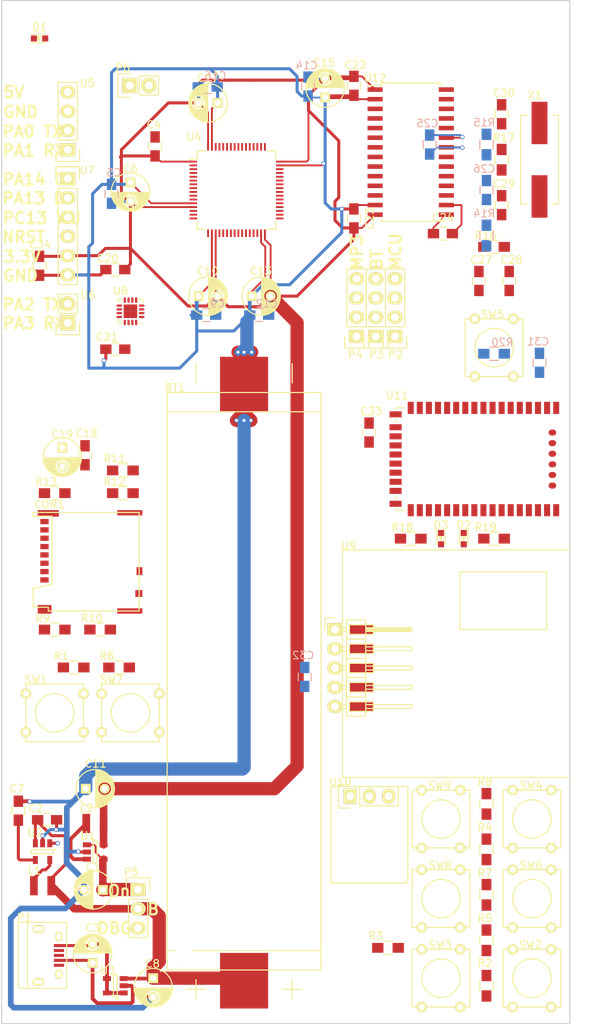
<source format=kicad_pcb>
(kicad_pcb (version 4) (host pcbnew 4.0.2-stable)
  (title_block (title "SenseWalk2: Minimalistic version") (rev 1) (company "University of Central Florida\\nSenior Design G23\\nBenoit Brummer\\n\\n\\n"))
  (layers (0 F.Cu signal) (31 B.Cu signal) (34 B.Paste user) (35 F.Paste user) (36 B.SilkS user) (37 F.SilkS user) (38 B.Mask user) (39 F.Mask user) (44 Edge.Cuts user))
  (net 0 "")
  (net 1 GND)
  (net 2 +BATT)
  (net 3 +5V)
  (net 4 +3V3)
  (net 5 PD2_SD-CMD)
  (net 6 PC10_SD-D2)
  (net 7 PC11_SD-D3)
  (net 8 PC12_SD-CK)
  (net 9 PC8_SD-D0)
  (net 10 PC9_SD-D1)
  (net 11 PA15_SD-DET)
  (net 12 "Net-(L2-Pad1)")
  (net 13 /in5)
  (net 14 /in6)
  (net 15 /in7)
  (net 16 /in8)
  (net 17 /in1)
  (net 18 /in2)
  (net 19 /in3)
  (net 20 /in4)
  (net 21 PC13_dbg)
  (net 22 NRST)
  (net 23 PC0_MP3-SCL)
  (net 24 PC1_MP3-SDA)
  (net 25 PC2_MAG-MISO)
  (net 26 PA0_las)
  (net 27 PA1_las)
  (net 28 PA2_UART)
  (net 29 PA3_UART)
  (net 30 PA4_BTpcm-Sync)
  (net 31 PA5_MP3-SCK)
  (net 32 PA6_BT-RTS)
  (net 33 PA7_MP3-SDI)
  (net 34 PC4_BT-RX)
  (net 35 PC5_BT-TX)
  (net 36 PB1_BT-CTS)
  (net 37 PB2_BT-GP2)
  (net 38 PB10_MAG-SPC)
  (net 39 "Net-(D1-Pad2)")
  (net 40 PB12_MAG-INT)
  (net 41 PB13_MAG-TRIG)
  (net 42 PB14_MP3-RST)
  (net 43 PB15_MAG-MOSI)
  (net 44 PC6_MP3-DR)
  (net 45 PA9_GPS-RX)
  (net 46 PA13_dbg)
  (net 47 PA14_dbg)
  (net 48 PB3_BTpcm-CLK)
  (net 49 PB5_BTpcm-IN)
  (net 50 PB7_GPS-TX)
  (net 51 PB9_MAG-CS)
  (net 52 "Net-(P4-Pad4)")
  (net 53 "Net-(P4-Pad1)")
  (net 54 "Net-(P4-Pad2)")
  (net 55 "Net-(C26-Pad1)")
  (net 56 "Net-(C28-Pad1)")
  (net 57 "Net-(C29-Pad1)")
  (net 58 "Net-(C27-Pad1)")
  (net 59 "Net-(D2-Pad2)")
  (net 60 "Net-(D2-Pad1)")
  (net 61 "Net-(D3-Pad2)")
  (net 62 "Net-(D3-Pad1)")
  (net 63 "Net-(P3-Pad1)")
  (net 64 "Net-(P3-Pad2)")
  (net 65 "Net-(P3-Pad3)")
  (net 66 "Net-(P3-Pad4)")
  (net 67 "Net-(L1-Pad2)")
  (net 68 "Net-(C3-Pad2)")
  (net 69 "Net-(C26-Pad2)")
  (net 70 "Net-(C30-Pad1)")
  (net 71 PB0_mic)
  (net 72 PB11_BT-GP9)
  (net 73 x-in-1)
  (net 74 x-in-2)
  (net 75 /3VEN)
  (net 76 /5VEN)
  (module Capacitors_ThroughHole:C_Radial_D5_L11_P2.5 (layer F.Cu) (at 50.35 157.35 180)
    (fp_text reference C1 (at 1.25 3.05 180) (layer F.SilkS))
    (fp_text value 10uF)
    (pad 1 thru_hole rect (at 0 0 180) (size 1.3 1.3) (drill 0.8) (layers *.Cu *.Mask F.SilkS) (net 75 /3VEN))
    (pad 2 thru_hole circle (at 2.5 0 180) (size 1.3 1.3) (drill 0.8) (layers *.Cu *.Mask F.SilkS) (net 1 GND))
  )
  (module con-trougnouf:MicroSD (layer F.Cu) (at 42.65 112.05 90)
    (fp_text reference CON1 (at 5.55 0.65 180) (layer F.SilkS))
    (fp_text value uSD_Card)
    (pad 6 smd rect (at -2.2 0 90) (size 0.7 1.1) (layers F.Cu F.Paste F.Mask) (net 1 GND))
    (pad 3 smd rect (at 1.1 0 90) (size 0.7 1.1) (layers F.Cu F.Paste F.Mask) (net 5 PD2_SD-CMD))
    (pad ~ smd rect (at 4.38 0.5 90) (size 0.86 2.8) (layers F.Cu F.Paste F.Mask))
    (pad 1 smd rect (at 3.3 0 90) (size 0.7 1.1) (layers F.Cu F.Paste F.Mask) (net 6 PC10_SD-D2))
    (pad 2 smd rect (at 2.2 0 90) (size 0.7 1.1) (layers F.Cu F.Paste F.Mask) (net 7 PC11_SD-D3))
    (pad 4 smd rect (at 0 0 90) (size 0.7 1.1) (layers F.Cu F.Paste F.Mask) (net 4 +3V3))
    (pad 5 smd rect (at -1.1 0 90) (size 0.7 1.1) (layers F.Cu F.Paste F.Mask) (net 8 PC12_SD-CK))
    (pad 7 smd rect (at -3.3 0 90) (size 0.7 1.1) (layers F.Cu F.Paste F.Mask) (net 9 PC8_SD-D0))
    (pad 8 smd rect (at -4.4 0 90) (size 0.7 1.1) (layers F.Cu F.Paste F.Mask) (net 10 PC9_SD-D1))
    (pad ~ smd rect (at -8.28 0.015 90) (size 1.14 1.83) (layers F.Cu F.Paste F.Mask))
    (pad ~ smd rect (at -8.5 11.265 90) (size 0.7 3.33) (layers F.Cu F.Paste F.Mask))
    (pad 6 smd rect (at -6.19 12.465 90) (size 0.9 0.93) (layers F.Cu F.Paste F.Mask) (net 1 GND))
    (pad 9 smd rect (at -3.24 12.54 90) (size 1.05 0.78) (layers F.Cu F.Paste F.Mask) (net 11 PA15_SD-DET))
    (pad ~ smd rect (at 4.46 11.265 90) (size 0.7 3.33) (layers F.Cu F.Paste F.Mask))
  )
  (module BT:RN-52 (layer F.Cu) (at 102 100.5 270)
    (fp_text reference U11 (at -8.4 12.8 360) (layer F.SilkS))
    (fp_text value RN-52)
    (pad 28 smd rect (at 6.75 11 270) (size 1.6 0.8) (layers F.Cu F.Paste F.Mask))
    (pad 27 smd rect (at 5.9 13 270) (size 0.8 1.6) (layers F.Cu F.Paste F.Mask) (net 1 GND))
    (pad 19 smd rect (at -4.2 13 270) (size 0.8 1.6) (layers F.Cu F.Paste F.Mask))
    (pad 1 smd rect (at -6.75 -8.2 270) (size 1.6 0.8) (layers F.Cu F.Paste F.Mask) (net 1 GND))
    (pad 2 smd rect (at -6.75 -7 270) (size 1.6 0.8) (layers F.Cu F.Paste F.Mask) (net 37 PB2_BT-GP2))
    (pad 3 smd rect (at -6.75 -5.8 270) (size 1.6 0.8) (layers F.Cu F.Paste F.Mask))
    (pad 4 smd rect (at -6.75 -4.6 270) (size 1.6 0.8) (layers F.Cu F.Paste F.Mask))
    (pad 5 smd rect (at -6.75 -3.4 270) (size 1.6 0.8) (layers F.Cu F.Paste F.Mask))
    (pad 6 smd rect (at -6.75 -2.2 270) (size 1.6 0.8) (layers F.Cu F.Paste F.Mask))
    (pad 7 smd rect (at -6.75 -1 270) (size 1.6 0.8) (layers F.Cu F.Paste F.Mask))
    (pad 8 smd rect (at -6.75 0.2 270) (size 1.6 0.8) (layers F.Cu F.Paste F.Mask))
    (pad 9 smd rect (at -6.75 1.4 270) (size 1.6 0.8) (layers F.Cu F.Paste F.Mask))
    (pad 10 smd rect (at -6.75 2.6 270) (size 1.6 0.8) (layers F.Cu F.Paste F.Mask))
    (pad 11 smd rect (at -6.75 3.8 270) (size 1.6 0.8) (layers F.Cu F.Paste F.Mask) (net 72 PB11_BT-GP9))
    (pad 12 smd rect (at -6.75 5 270) (size 1.6 0.8) (layers F.Cu F.Paste F.Mask))
    (pad 13 smd rect (at -6.75 6.2 270) (size 1.6 0.8) (layers F.Cu F.Paste F.Mask))
    (pad 14 smd rect (at -6.75 7.4 270) (size 1.6 0.8) (layers F.Cu F.Paste F.Mask) (net 32 PA6_BT-RTS))
    (pad 15 smd rect (at -6.75 8.6 270) (size 1.6 0.8) (layers F.Cu F.Paste F.Mask) (net 36 PB1_BT-CTS))
    (pad 16 smd rect (at -6.75 9.8 270) (size 1.6 0.8) (layers F.Cu F.Paste F.Mask) (net 35 PC5_BT-TX))
    (pad 17 smd rect (at -6.75 11 270) (size 1.6 0.8) (layers F.Cu F.Paste F.Mask) (net 34 PC4_BT-RX))
    (pad 18 smd rect (at -5.9 13 270) (size 0.8 1.6) (layers F.Cu F.Paste F.Mask) (net 1 GND))
    (pad 20 smd rect (at -3 13 270) (size 0.8 1.6) (layers F.Cu F.Paste F.Mask))
    (pad 21 smd rect (at -1.8 13 270) (size 0.8 1.6) (layers F.Cu F.Paste F.Mask) (net 4 +3V3))
    (pad 22 smd rect (at -0.6 13 270) (size 0.8 1.6) (layers F.Cu F.Paste F.Mask) (net 4 +3V3))
    (pad 23 smd rect (at 0.6 13 270) (size 0.8 1.6) (layers F.Cu F.Paste F.Mask) (net 66 "Net-(P3-Pad4)"))
    (pad 24 smd rect (at 1.8 13 270) (size 0.8 1.6) (layers F.Cu F.Paste F.Mask) (net 65 "Net-(P3-Pad3)"))
    (pad 25 smd rect (at 3 13 270) (size 0.8 1.6) (layers F.Cu F.Paste F.Mask) (net 64 "Net-(P3-Pad2)"))
    (pad 26 smd rect (at 4.2 13 270) (size 0.8 1.6) (layers F.Cu F.Paste F.Mask) (net 63 "Net-(P3-Pad1)"))
    (pad 29 smd rect (at 6.75 9.8 270) (size 1.6 0.8) (layers F.Cu F.Paste F.Mask))
    (pad 30 smd rect (at 6.75 8.6 270) (size 1.6 0.8) (layers F.Cu F.Paste F.Mask))
    (pad 31 smd rect (at 6.75 7.4 270) (size 1.6 0.8) (layers F.Cu F.Paste F.Mask))
    (pad 32 smd rect (at 6.75 6.2 270) (size 1.6 0.8) (layers F.Cu F.Paste F.Mask) (net 62 "Net-(D3-Pad1)"))
    (pad 33 smd rect (at 6.75 5 270) (size 1.6 0.8) (layers F.Cu F.Paste F.Mask) (net 60 "Net-(D2-Pad1)"))
    (pad 34 smd rect (at 6.75 3.8 270) (size 1.6 0.8) (layers F.Cu F.Paste F.Mask))
    (pad 35 smd rect (at 6.75 2.6 270) (size 1.6 0.8) (layers F.Cu F.Paste F.Mask))
    (pad 36 smd rect (at 6.75 1.4 270) (size 1.6 0.8) (layers F.Cu F.Paste F.Mask))
    (pad 37 smd rect (at 6.75 0.2 270) (size 1.6 0.8) (layers F.Cu F.Paste F.Mask))
    (pad 38 smd rect (at 6.75 -1 270) (size 1.6 0.8) (layers F.Cu F.Paste F.Mask))
    (pad 39 smd rect (at 6.75 -2.2 270) (size 1.6 0.8) (layers F.Cu F.Paste F.Mask) (net 1 GND))
    (pad 40 smd rect (at 6.75 -3.4 270) (size 1.6 0.8) (layers F.Cu F.Paste F.Mask))
    (pad 41 smd rect (at 6.75 -4.6 270) (size 1.6 0.8) (layers F.Cu F.Paste F.Mask))
    (pad 42 smd rect (at 6.75 -5.8 270) (size 1.6 0.8) (layers F.Cu F.Paste F.Mask))
    (pad 43 smd rect (at 6.75 -7 270) (size 1.6 0.8) (layers F.Cu F.Paste F.Mask))
    (pad 44 smd rect (at 6.75 -8.2 270) (size 1.6 0.8) (layers F.Cu F.Paste F.Mask) (net 1 GND))
    (pad 45 smd oval (at 3.5 -7.7 270) (size 0.8 1) (layers F.Cu F.Paste F.Mask) (net 1 GND))
    (pad 46 smd oval (at 2.1 -7.7 270) (size 0.8 1) (layers F.Cu F.Paste F.Mask) (net 1 GND))
    (pad 47 smd oval (at 0.7 -7.7 270) (size 0.8 1) (layers F.Cu F.Paste F.Mask) (net 1 GND))
    (pad 48 smd oval (at -0.7 -7.7 270) (size 0.8 1) (layers F.Cu F.Paste F.Mask) (net 1 GND))
    (pad 49 smd oval (at -2.1 -7.7 270) (size 0.8 1) (layers F.Cu F.Paste F.Mask) (net 1 GND))
    (pad 50 smd oval (at -3.5 -7.7 270) (size 0.8 1) (layers F.Cu F.Paste F.Mask) (net 1 GND))
  )
  (module con-trougnouf:18650BatteryHolder (layer F.Cu) (at 69 173 270)
    (fp_text reference BT1 (at -81.9 9.1 360) (layer F.SilkS))
    (fp_text value Battery)
    (pad "" np_thru_hole oval (at -70.87 8 270) (size 3.45 3.45) (drill 3.45) (layers *.Cu *.Mask F.SilkS))
    (pad 1 smd rect (at -3.67 0 270) (size 7.34 6.35) (layers F.Cu F.Paste F.Mask) (net 2 +BATT))
    (pad 2 smd rect (at -82.33 0 270) (size 7.34 6.35) (layers F.Cu F.Paste F.Mask) (net 1 GND))
    (pad "" np_thru_hole oval (at -7.34 8 270) (size 2.39 2.39) (drill 2.39) (layers *.Cu *.Mask F.SilkS))
    (pad "" np_thru_hole oval (at -15.67 -8 270) (size 3.45 3.45) (drill 3.45) (layers *.Cu *.Mask F.SilkS))
  )
  (module Capacitors_ThroughHole:C_Radial_D5_L11_P2.5 (layer F.Cu) (at 49 167 90)
    (fp_text reference C3 (at 4.6 0 180) (layer F.SilkS))
    (fp_text value 1uF)
    (pad 1 thru_hole rect (at 0 0 90) (size 1.3 1.3) (drill 0.8) (layers *.Cu *.Mask F.SilkS) (net 1 GND))
    (pad 2 thru_hole circle (at 2.5 0 90) (size 1.3 1.3) (drill 0.8) (layers *.Cu *.Mask F.SilkS) (net 68 "Net-(C3-Pad2)"))
  )
  (module Capacitors_SMD:C_0805_HandSoldering (layer F.Cu) (at 57.25 59.25 270)
    (fp_text reference C4 (at -2.85 0.15 360) (layer F.SilkS))
    (fp_text value 0.1uF)
    (pad 1 smd rect (at -1.25 0 270) (size 1.5 1.25) (layers F.Cu F.Paste F.Mask) (net 1 GND))
    (pad 2 smd rect (at 1.25 0 270) (size 1.5 1.25) (layers F.Cu F.Paste F.Mask) (net 4 +3V3))
  )
  (module Capacitors_ThroughHole:C_Radial_D5_L11_P2.5 (layer F.Cu) (at 54 64 270)
    (fp_text reference C6 (at -1.8 0 360) (layer F.SilkS))
    (fp_text value 4.7uF)
    (pad 1 thru_hole rect (at 0 0 270) (size 1.3 1.3) (drill 0.8) (layers *.Cu *.Mask F.SilkS) (net 1 GND))
    (pad 2 thru_hole circle (at 2.5 0 270) (size 1.3 1.3) (drill 0.8) (layers *.Cu *.Mask F.SilkS) (net 4 +3V3))
  )
  (module Capacitors_SMD:C_0805_HandSoldering (layer F.Cu) (at 39.2 146.9 90)
    (fp_text reference C7 (at 2.9 -0.2 180) (layer F.SilkS))
    (fp_text value 10uF)
    (pad 1 smd rect (at -1.25 0 90) (size 1.5 1.25) (layers F.Cu F.Paste F.Mask) (net 3 +5V))
    (pad 2 smd rect (at 1.25 0 90) (size 1.5 1.25) (layers F.Cu F.Paste F.Mask) (net 1 GND))
  )
  (module Capacitors_ThroughHole:C_Radial_D5_L11_P2.5 (layer F.Cu) (at 57 169 270)
    (fp_text reference C8 (at -1.9 0.1 360) (layer F.SilkS))
    (fp_text value 1uF)
    (pad 1 thru_hole rect (at 0 0 270) (size 1.3 1.3) (drill 0.8) (layers *.Cu *.Mask F.SilkS) (net 2 +BATT))
    (pad 2 thru_hole circle (at 2.5 0 270) (size 1.3 1.3) (drill 0.8) (layers *.Cu *.Mask F.SilkS) (net 1 GND))
  )
  (module Capacitors_ThroughHole:C_Radial_D5_L11_P2.5 (layer F.Cu) (at 63 79)
    (fp_text reference C10 (at 1.2 -3.3) (layer F.SilkS))
    (fp_text value 4.7uF)
    (pad 1 thru_hole rect (at 0 0) (size 1.3 1.3) (drill 0.8) (layers *.Cu *.Mask F.SilkS) (net 1 GND))
    (pad 2 thru_hole circle (at 2.5 0) (size 1.3 1.3) (drill 0.8) (layers *.Cu *.Mask F.SilkS) (net 4 +3V3))
  )
  (module Capacitors_ThroughHole:C_Radial_D5_L11_P2.5 (layer F.Cu) (at 65.5 53.5 180)
    (fp_text reference C17 (at 1.3 3.3 180) (layer F.SilkS))
    (fp_text value 4.7uF)
    (pad 1 thru_hole rect (at 0 0 180) (size 1.3 1.3) (drill 0.8) (layers *.Cu *.Mask F.SilkS) (net 1 GND))
    (pad 2 thru_hole circle (at 2.5 0 180) (size 1.3 1.3) (drill 0.8) (layers *.Cu *.Mask F.SilkS) (net 4 +3V3))
  )
  (module Inductors_NEOSID:Neosid_Inductor_SM-NE29_SMD1008 (layer F.Cu) (at 42.4 156.8 180)
    (fp_text reference L1 (at 1.1 2 180) (layer F.SilkS))
    (fp_text value 4.7uH)
    (pad 2 smd rect (at 1.14554 0 180) (size 1.02108 2.54) (layers F.Cu F.Paste F.Mask) (net 67 "Net-(L1-Pad2)"))
    (pad 1 smd rect (at -1.14554 0 180) (size 1.02108 2.54) (layers F.Cu F.Paste F.Mask) (net 2 +BATT))
  )
  (module Inductors_NEOSID:Neosid_Inductor_SM-NE29_SMD1008 (layer F.Cu) (at 49.31 148.58)
    (fp_text reference L2 (at -1.11 -1.98 180) (layer F.SilkS))
    (fp_text value 4.7uH)
    (pad 2 smd rect (at 1.14554 0) (size 1.02108 2.54) (layers F.Cu F.Paste F.Mask) (net 4 +3V3))
    (pad 1 smd rect (at -1.14554 0) (size 1.02108 2.54) (layers F.Cu F.Paste F.Mask) (net 12 "Net-(L2-Pad1)"))
  )
  (module Connect:USB_Micro-B (layer F.Cu) (at 43 166 270)
    (fp_text reference P1 (at -5 3 360) (layer F.SilkS))
    (fp_text value USB_B)
    (pad 1 smd rect (at -1.3009 -1.56254) (size 1.35 0.4) (layers F.Cu F.Paste F.Mask) (net 68 "Net-(C3-Pad2)"))
    (pad 2 smd rect (at -0.6509 -1.56254) (size 1.35 0.4) (layers F.Cu F.Paste F.Mask))
    (pad 3 smd rect (at -0.0009 -1.56254) (size 1.35 0.4) (layers F.Cu F.Paste F.Mask))
    (pad 4 smd rect (at 0.6491 -1.56254) (size 1.35 0.4) (layers F.Cu F.Paste F.Mask) (net 1 GND))
    (pad 5 smd rect (at 1.2991 -1.56254) (size 1.35 0.4) (layers F.Cu F.Paste F.Mask))
    (pad 6 thru_hole oval (at -2.5009 -1.56254) (size 0.95 1.25) (drill oval 0.55 0.85) (layers *.Cu *.Mask F.SilkS))
    (pad 6 thru_hole oval (at 2.4991 -1.56254) (size 0.95 1.25) (drill oval 0.55 0.85) (layers *.Cu *.Mask F.SilkS))
    (pad 6 thru_hole oval (at -3.5009 1.13746) (size 1.55 1) (drill oval 1.15 0.5) (layers *.Cu *.Mask F.SilkS))
    (pad 6 thru_hole oval (at 3.4991 1.13746) (size 1.55 1) (drill oval 1.15 0.5) (layers *.Cu *.Mask F.SilkS))
  )
  (module Buttons_Switches_ThroughHole:SW_PUSH_SMALL (layer F.Cu) (at 44 134)
    (fp_text reference SW1 (at -2.5 -4.4) (layer F.SilkS))
    (fp_text value SW_PUSH)
    (pad 1 thru_hole circle (at 3.81 -2.54) (size 1.397 1.397) (drill 0.8128) (layers *.Cu *.Mask F.SilkS) (net 13 /in5))
    (pad 2 thru_hole circle (at 3.81 2.54) (size 1.397 1.397) (drill 0.8128) (layers *.Cu *.Mask F.SilkS) (net 4 +3V3))
    (pad 1 thru_hole circle (at -3.81 -2.54) (size 1.397 1.397) (drill 0.8128) (layers *.Cu *.Mask F.SilkS) (net 13 /in5))
    (pad 2 thru_hole circle (at -3.81 2.54) (size 1.397 1.397) (drill 0.8128) (layers *.Cu *.Mask F.SilkS) (net 4 +3V3))
  )
  (module Buttons_Switches_ThroughHole:SW_PUSH_SMALL (layer F.Cu) (at 107 169 270)
    (fp_text reference SW2 (at -4.4 0.2 360) (layer F.SilkS))
    (fp_text value SW_PUSH)
    (pad 1 thru_hole circle (at 3.81 -2.54 270) (size 1.397 1.397) (drill 0.8128) (layers *.Cu *.Mask F.SilkS) (net 14 /in6))
    (pad 2 thru_hole circle (at 3.81 2.54 270) (size 1.397 1.397) (drill 0.8128) (layers *.Cu *.Mask F.SilkS) (net 4 +3V3))
    (pad 1 thru_hole circle (at -3.81 -2.54 270) (size 1.397 1.397) (drill 0.8128) (layers *.Cu *.Mask F.SilkS) (net 14 /in6))
    (pad 2 thru_hole circle (at -3.81 2.54 270) (size 1.397 1.397) (drill 0.8128) (layers *.Cu *.Mask F.SilkS) (net 4 +3V3))
  )
  (module Buttons_Switches_ThroughHole:SW_PUSH_SMALL (layer F.Cu) (at 95 169 90)
    (fp_text reference SW3 (at 4.4 -0.1 180) (layer F.SilkS))
    (fp_text value SW_PUSH)
    (pad 1 thru_hole circle (at 3.81 -2.54 90) (size 1.397 1.397) (drill 0.8128) (layers *.Cu *.Mask F.SilkS) (net 15 /in7))
    (pad 2 thru_hole circle (at 3.81 2.54 90) (size 1.397 1.397) (drill 0.8128) (layers *.Cu *.Mask F.SilkS) (net 4 +3V3))
    (pad 1 thru_hole circle (at -3.81 -2.54 90) (size 1.397 1.397) (drill 0.8128) (layers *.Cu *.Mask F.SilkS) (net 15 /in7))
    (pad 2 thru_hole circle (at -3.81 2.54 90) (size 1.397 1.397) (drill 0.8128) (layers *.Cu *.Mask F.SilkS) (net 4 +3V3))
  )
  (module Buttons_Switches_ThroughHole:SW_PUSH_SMALL (layer F.Cu) (at 107 148 270)
    (fp_text reference SW4 (at -4.4 0.1 360) (layer F.SilkS))
    (fp_text value SW_PUSH)
    (pad 1 thru_hole circle (at 3.81 -2.54 270) (size 1.397 1.397) (drill 0.8128) (layers *.Cu *.Mask F.SilkS) (net 16 /in8))
    (pad 2 thru_hole circle (at 3.81 2.54 270) (size 1.397 1.397) (drill 0.8128) (layers *.Cu *.Mask F.SilkS) (net 4 +3V3))
    (pad 1 thru_hole circle (at -3.81 -2.54 270) (size 1.397 1.397) (drill 0.8128) (layers *.Cu *.Mask F.SilkS) (net 16 /in8))
    (pad 2 thru_hole circle (at -3.81 2.54 270) (size 1.397 1.397) (drill 0.8128) (layers *.Cu *.Mask F.SilkS) (net 4 +3V3))
  )
  (module Buttons_Switches_ThroughHole:SW_PUSH_SMALL (layer F.Cu) (at 107 158.5 270)
    (fp_text reference SW6 (at -4.4 0.1 360) (layer F.SilkS))
    (fp_text value SW_PUSH)
    (pad 1 thru_hole circle (at 3.81 -2.54 270) (size 1.397 1.397) (drill 0.8128) (layers *.Cu *.Mask F.SilkS) (net 17 /in1))
    (pad 2 thru_hole circle (at 3.81 2.54 270) (size 1.397 1.397) (drill 0.8128) (layers *.Cu *.Mask F.SilkS) (net 4 +3V3))
    (pad 1 thru_hole circle (at -3.81 -2.54 270) (size 1.397 1.397) (drill 0.8128) (layers *.Cu *.Mask F.SilkS) (net 17 /in1))
    (pad 2 thru_hole circle (at -3.81 2.54 270) (size 1.397 1.397) (drill 0.8128) (layers *.Cu *.Mask F.SilkS) (net 4 +3V3))
  )
  (module Buttons_Switches_ThroughHole:SW_PUSH_SMALL (layer F.Cu) (at 54 134)
    (fp_text reference SW7 (at -2.5 -4.4) (layer F.SilkS))
    (fp_text value SW_PUSH)
    (pad 1 thru_hole circle (at 3.81 -2.54) (size 1.397 1.397) (drill 0.8128) (layers *.Cu *.Mask F.SilkS) (net 18 /in2))
    (pad 2 thru_hole circle (at 3.81 2.54) (size 1.397 1.397) (drill 0.8128) (layers *.Cu *.Mask F.SilkS) (net 4 +3V3))
    (pad 1 thru_hole circle (at -3.81 -2.54) (size 1.397 1.397) (drill 0.8128) (layers *.Cu *.Mask F.SilkS) (net 18 /in2))
    (pad 2 thru_hole circle (at -3.81 2.54) (size 1.397 1.397) (drill 0.8128) (layers *.Cu *.Mask F.SilkS) (net 4 +3V3))
  )
  (module Buttons_Switches_ThroughHole:SW_PUSH_SMALL (layer F.Cu) (at 95 158.5 90)
    (fp_text reference SW8 (at 4.4 -0.1 180) (layer F.SilkS))
    (fp_text value SW_PUSH)
    (pad 1 thru_hole circle (at 3.81 -2.54 90) (size 1.397 1.397) (drill 0.8128) (layers *.Cu *.Mask F.SilkS) (net 19 /in3))
    (pad 2 thru_hole circle (at 3.81 2.54 90) (size 1.397 1.397) (drill 0.8128) (layers *.Cu *.Mask F.SilkS) (net 4 +3V3))
    (pad 1 thru_hole circle (at -3.81 -2.54 90) (size 1.397 1.397) (drill 0.8128) (layers *.Cu *.Mask F.SilkS) (net 19 /in3))
    (pad 2 thru_hole circle (at -3.81 2.54 90) (size 1.397 1.397) (drill 0.8128) (layers *.Cu *.Mask F.SilkS) (net 4 +3V3))
  )
  (module Buttons_Switches_ThroughHole:SW_PUSH_SMALL (layer F.Cu) (at 95 148 90)
    (fp_text reference SW9 (at 4.4 -0.2 180) (layer F.SilkS))
    (fp_text value SW_PUSH)
    (pad 1 thru_hole circle (at 3.81 -2.54 90) (size 1.397 1.397) (drill 0.8128) (layers *.Cu *.Mask F.SilkS) (net 20 /in4))
    (pad 2 thru_hole circle (at 3.81 2.54 90) (size 1.397 1.397) (drill 0.8128) (layers *.Cu *.Mask F.SilkS) (net 4 +3V3))
    (pad 1 thru_hole circle (at -3.81 -2.54 90) (size 1.397 1.397) (drill 0.8128) (layers *.Cu *.Mask F.SilkS) (net 20 /in4))
    (pad 2 thru_hole circle (at -3.81 2.54 90) (size 1.397 1.397) (drill 0.8128) (layers *.Cu *.Mask F.SilkS) (net 4 +3V3))
  )
  (module TO_SOT_Packages_SMD:SOT-23-5 (layer F.Cu) (at 42.4 152.3 270)
    (fp_text reference U2 (at -2.5 1 360) (layer F.SilkS))
    (fp_text value XC9140)
    (pad 1 smd rect (at -1.1 -0.95 270) (size 1.06 0.65) (layers F.Cu F.Paste F.Mask) (net 76 /5VEN))
    (pad 2 smd rect (at -1.1 0 270) (size 1.06 0.65) (layers F.Cu F.Paste F.Mask) (net 1 GND))
    (pad 3 smd rect (at -1.1 0.95 270) (size 1.06 0.65) (layers F.Cu F.Paste F.Mask) (net 2 +BATT))
    (pad 4 smd rect (at 1.1 0.95 270) (size 1.06 0.65) (layers F.Cu F.Paste F.Mask) (net 3 +5V))
    (pad 5 smd rect (at 1.1 -0.95 270) (size 1.06 0.65) (layers F.Cu F.Paste F.Mask) (net 67 "Net-(L1-Pad2)"))
  )
  (module TO_SOT_Packages_SMD:SOT-23-5 (layer F.Cu) (at 52 170 180)
    (fp_text reference U3 (at 1 2 180) (layer F.SilkS))
    (fp_text value MCP73811/2)
    (pad 1 smd rect (at -1.1 -0.95 180) (size 1.06 0.65) (layers F.Cu F.Paste F.Mask) (net 68 "Net-(C3-Pad2)"))
    (pad 2 smd rect (at -1.1 0 180) (size 1.06 0.65) (layers F.Cu F.Paste F.Mask) (net 1 GND))
    (pad 3 smd rect (at -1.1 0.95 180) (size 1.06 0.65) (layers F.Cu F.Paste F.Mask) (net 2 +BATT))
    (pad 4 smd rect (at 1.1 0.95 180) (size 1.06 0.65) (layers F.Cu F.Paste F.Mask) (net 68 "Net-(C3-Pad2)"))
    (pad 5 smd rect (at 1.1 -0.95 180) (size 1.06 0.65) (layers F.Cu F.Paste F.Mask) (net 68 "Net-(C3-Pad2)"))
  )
  (module Housings_QFP:LQFP-64_10x10mm_Pitch0.5mm (layer F.Cu) (at 68 65)
    (fp_text reference U4 (at -5.6 -7) (layer F.SilkS))
    (fp_text value STM32L476R)
    (pad 1 smd rect (at -5.7 -3.75) (size 1 0.25) (layers F.Cu F.Paste F.Mask) (net 4 +3V3))
    (pad 2 smd rect (at -5.7 -3.25) (size 1 0.25) (layers F.Cu F.Paste F.Mask) (net 21 PC13_dbg))
    (pad 3 smd rect (at -5.7 -2.75) (size 1 0.25) (layers F.Cu F.Paste F.Mask) (net 13 /in5))
    (pad 4 smd rect (at -5.7 -2.25) (size 1 0.25) (layers F.Cu F.Paste F.Mask) (net 14 /in6))
    (pad 5 smd rect (at -5.7 -1.75) (size 1 0.25) (layers F.Cu F.Paste F.Mask) (net 15 /in7))
    (pad 6 smd rect (at -5.7 -1.25) (size 1 0.25) (layers F.Cu F.Paste F.Mask) (net 16 /in8))
    (pad 7 smd rect (at -5.7 -0.75) (size 1 0.25) (layers F.Cu F.Paste F.Mask) (net 22 NRST))
    (pad 8 smd rect (at -5.7 -0.25) (size 1 0.25) (layers F.Cu F.Paste F.Mask) (net 23 PC0_MP3-SCL))
    (pad 9 smd rect (at -5.7 0.25) (size 1 0.25) (layers F.Cu F.Paste F.Mask) (net 24 PC1_MP3-SDA))
    (pad 10 smd rect (at -5.7 0.75) (size 1 0.25) (layers F.Cu F.Paste F.Mask) (net 25 PC2_MAG-MISO))
    (pad 11 smd rect (at -5.7 1.25) (size 1 0.25) (layers F.Cu F.Paste F.Mask))
    (pad 12 smd rect (at -5.7 1.75) (size 1 0.25) (layers F.Cu F.Paste F.Mask) (net 1 GND))
    (pad 13 smd rect (at -5.7 2.25) (size 1 0.25) (layers F.Cu F.Paste F.Mask) (net 4 +3V3))
    (pad 14 smd rect (at -5.7 2.75) (size 1 0.25) (layers F.Cu F.Paste F.Mask) (net 26 PA0_las))
    (pad 15 smd rect (at -5.7 3.25) (size 1 0.25) (layers F.Cu F.Paste F.Mask) (net 27 PA1_las))
    (pad 16 smd rect (at -5.7 3.75) (size 1 0.25) (layers F.Cu F.Paste F.Mask) (net 28 PA2_UART))
    (pad 17 smd rect (at -3.75 5.7 90) (size 1 0.25) (layers F.Cu F.Paste F.Mask) (net 29 PA3_UART))
    (pad 18 smd rect (at -3.25 5.7 90) (size 1 0.25) (layers F.Cu F.Paste F.Mask) (net 1 GND))
    (pad 19 smd rect (at -2.75 5.7 90) (size 1 0.25) (layers F.Cu F.Paste F.Mask) (net 4 +3V3))
    (pad 20 smd rect (at -2.25 5.7 90) (size 1 0.25) (layers F.Cu F.Paste F.Mask) (net 30 PA4_BTpcm-Sync))
    (pad 21 smd rect (at -1.75 5.7 90) (size 1 0.25) (layers F.Cu F.Paste F.Mask) (net 31 PA5_MP3-SCK))
    (pad 22 smd rect (at -1.25 5.7 90) (size 1 0.25) (layers F.Cu F.Paste F.Mask) (net 32 PA6_BT-RTS))
    (pad 23 smd rect (at -0.75 5.7 90) (size 1 0.25) (layers F.Cu F.Paste F.Mask) (net 33 PA7_MP3-SDI))
    (pad 24 smd rect (at -0.25 5.7 90) (size 1 0.25) (layers F.Cu F.Paste F.Mask) (net 34 PC4_BT-RX))
    (pad 25 smd rect (at 0.25 5.7 90) (size 1 0.25) (layers F.Cu F.Paste F.Mask) (net 35 PC5_BT-TX))
    (pad 26 smd rect (at 0.75 5.7 90) (size 1 0.25) (layers F.Cu F.Paste F.Mask) (net 71 PB0_mic))
    (pad 27 smd rect (at 1.25 5.7 90) (size 1 0.25) (layers F.Cu F.Paste F.Mask) (net 36 PB1_BT-CTS))
    (pad 28 smd rect (at 1.75 5.7 90) (size 1 0.25) (layers F.Cu F.Paste F.Mask) (net 37 PB2_BT-GP2))
    (pad 29 smd rect (at 2.25 5.7 90) (size 1 0.25) (layers F.Cu F.Paste F.Mask) (net 38 PB10_MAG-SPC))
    (pad 30 smd rect (at 2.75 5.7 90) (size 1 0.25) (layers F.Cu F.Paste F.Mask) (net 72 PB11_BT-GP9))
    (pad 31 smd rect (at 3.25 5.7 90) (size 1 0.25) (layers F.Cu F.Paste F.Mask) (net 1 GND))
    (pad 32 smd rect (at 3.75 5.7 90) (size 1 0.25) (layers F.Cu F.Paste F.Mask) (net 4 +3V3))
    (pad 33 smd rect (at 5.7 3.75) (size 1 0.25) (layers F.Cu F.Paste F.Mask) (net 40 PB12_MAG-INT))
    (pad 34 smd rect (at 5.7 3.25) (size 1 0.25) (layers F.Cu F.Paste F.Mask) (net 41 PB13_MAG-TRIG))
    (pad 35 smd rect (at 5.7 2.75) (size 1 0.25) (layers F.Cu F.Paste F.Mask) (net 42 PB14_MP3-RST))
    (pad 36 smd rect (at 5.7 2.25) (size 1 0.25) (layers F.Cu F.Paste F.Mask) (net 43 PB15_MAG-MOSI))
    (pad 37 smd rect (at 5.7 1.75) (size 1 0.25) (layers F.Cu F.Paste F.Mask) (net 44 PC6_MP3-DR))
    (pad 38 smd rect (at 5.7 1.25) (size 1 0.25) (layers F.Cu F.Paste F.Mask) (net 76 /5VEN))
    (pad 39 smd rect (at 5.7 0.75) (size 1 0.25) (layers F.Cu F.Paste F.Mask) (net 9 PC8_SD-D0))
    (pad 40 smd rect (at 5.7 0.25) (size 1 0.25) (layers F.Cu F.Paste F.Mask) (net 10 PC9_SD-D1))
    (pad 41 smd rect (at 5.7 -0.25) (size 1 0.25) (layers F.Cu F.Paste F.Mask) (net 17 /in1))
    (pad 42 smd rect (at 5.7 -0.75) (size 1 0.25) (layers F.Cu F.Paste F.Mask) (net 45 PA9_GPS-RX))
    (pad 43 smd rect (at 5.7 -1.25) (size 1 0.25) (layers F.Cu F.Paste F.Mask) (net 18 /in2))
    (pad 44 smd rect (at 5.7 -1.75) (size 1 0.25) (layers F.Cu F.Paste F.Mask) (net 19 /in3))
    (pad 45 smd rect (at 5.7 -2.25) (size 1 0.25) (layers F.Cu F.Paste F.Mask) (net 20 /in4))
    (pad 46 smd rect (at 5.7 -2.75) (size 1 0.25) (layers F.Cu F.Paste F.Mask) (net 46 PA13_dbg))
    (pad 47 smd rect (at 5.7 -3.25) (size 1 0.25) (layers F.Cu F.Paste F.Mask) (net 1 GND))
    (pad 48 smd rect (at 5.7 -3.75) (size 1 0.25) (layers F.Cu F.Paste F.Mask) (net 4 +3V3))
    (pad 49 smd rect (at 3.75 -5.7 90) (size 1 0.25) (layers F.Cu F.Paste F.Mask) (net 47 PA14_dbg))
    (pad 50 smd rect (at 3.25 -5.7 90) (size 1 0.25) (layers F.Cu F.Paste F.Mask) (net 11 PA15_SD-DET))
    (pad 51 smd rect (at 2.75 -5.7 90) (size 1 0.25) (layers F.Cu F.Paste F.Mask) (net 6 PC10_SD-D2))
    (pad 52 smd rect (at 2.25 -5.7 90) (size 1 0.25) (layers F.Cu F.Paste F.Mask) (net 7 PC11_SD-D3))
    (pad 53 smd rect (at 1.75 -5.7 90) (size 1 0.25) (layers F.Cu F.Paste F.Mask) (net 8 PC12_SD-CK))
    (pad 54 smd rect (at 1.25 -5.7 90) (size 1 0.25) (layers F.Cu F.Paste F.Mask) (net 5 PD2_SD-CMD))
    (pad 55 smd rect (at 0.75 -5.7 90) (size 1 0.25) (layers F.Cu F.Paste F.Mask) (net 48 PB3_BTpcm-CLK))
    (pad 56 smd rect (at 0.25 -5.7 90) (size 1 0.25) (layers F.Cu F.Paste F.Mask) (net 73 x-in-1))
    (pad 57 smd rect (at -0.25 -5.7 90) (size 1 0.25) (layers F.Cu F.Paste F.Mask) (net 49 PB5_BTpcm-IN))
    (pad 58 smd rect (at -0.75 -5.7 90) (size 1 0.25) (layers F.Cu F.Paste F.Mask) (net 74 x-in-2))
    (pad 59 smd rect (at -1.25 -5.7 90) (size 1 0.25) (layers F.Cu F.Paste F.Mask) (net 50 PB7_GPS-TX))
    (pad 60 smd rect (at -1.75 -5.7 90) (size 1 0.25) (layers F.Cu F.Paste F.Mask))
    (pad 61 smd rect (at -2.25 -5.7 90) (size 1 0.25) (layers F.Cu F.Paste F.Mask) (net 39 "Net-(D1-Pad2)"))
    (pad 62 smd rect (at -2.75 -5.7 90) (size 1 0.25) (layers F.Cu F.Paste F.Mask) (net 51 PB9_MAG-CS))
    (pad 63 smd rect (at -3.25 -5.7 90) (size 1 0.25) (layers F.Cu F.Paste F.Mask) (net 1 GND))
    (pad 64 smd rect (at -3.75 -5.7 90) (size 1 0.25) (layers F.Cu F.Paste F.Mask) (net 4 +3V3))
  )
  (module con-trougnouf:Socket_Strip_Straight_1x04_3467 (layer F.Cu) (at 45.72 59.69 90)
    (fp_text reference U5 (at 8.79 2.58 180) (layer F.SilkS))
    (fp_text value Lightware_SF10/A)
    (pad 3 thru_hole rect (at 0 0 90) (size 1.7272 2.032) (drill 1.016) (layers *.Cu *.Mask F.SilkS) (net 27 PA1_las))
    (pad 4 thru_hole oval (at 2.54 0 90) (size 1.7272 2.032) (drill 1.016) (layers *.Cu *.Mask F.SilkS) (net 26 PA0_las))
    (pad 6 thru_hole oval (at 5.08 0 90) (size 1.7272 2.032) (drill 1.016) (layers *.Cu *.Mask F.SilkS) (net 1 GND))
    (pad 7 thru_hole oval (at 7.62 0 90) (size 1.7272 2.032) (drill 1.016) (layers *.Cu *.Mask F.SilkS) (net 3 +5V))
  )
  (module Housings_DFN_QFN:QFN-16-1EP_3x3mm_Pitch0.5mm (layer F.Cu) (at 54 81 180)
    (fp_text reference U8 (at 1.3 2.7 360) (layer F.SilkS))
    (fp_text value MLX90393)
    (pad 1 smd oval (at -1.475 -0.75 180) (size 0.75 0.3) (layers F.Cu F.Paste F.Mask) (net 40 PB12_MAG-INT))
    (pad 2 smd oval (at -1.475 -0.25 180) (size 0.75 0.3) (layers F.Cu F.Paste F.Mask) (net 51 PB9_MAG-CS))
    (pad 3 smd oval (at -1.475 0.25 180) (size 0.75 0.3) (layers F.Cu F.Paste F.Mask) (net 38 PB10_MAG-SPC))
    (pad 4 smd oval (at -1.475 0.75 180) (size 0.75 0.3) (layers F.Cu F.Paste F.Mask))
    (pad 5 smd oval (at -0.75 1.475 270) (size 0.75 0.3) (layers F.Cu F.Paste F.Mask) (net 43 PB15_MAG-MOSI))
    (pad 6 smd oval (at -0.25 1.475 270) (size 0.75 0.3) (layers F.Cu F.Paste F.Mask) (net 25 PC2_MAG-MISO))
    (pad 7 smd oval (at 0.25 1.475 270) (size 0.75 0.3) (layers F.Cu F.Paste F.Mask) (net 41 PB13_MAG-TRIG))
    (pad 8 smd oval (at 0.75 1.475 270) (size 0.75 0.3) (layers F.Cu F.Paste F.Mask) (net 4 +3V3))
    (pad 9 smd oval (at 1.475 0.75 180) (size 0.75 0.3) (layers F.Cu F.Paste F.Mask))
    (pad 10 smd oval (at 1.475 0.25 180) (size 0.75 0.3) (layers F.Cu F.Paste F.Mask))
    (pad 11 smd oval (at 1.475 -0.25 180) (size 0.75 0.3) (layers F.Cu F.Paste F.Mask) (net 1 GND))
    (pad 12 smd oval (at 1.475 -0.75 180) (size 0.75 0.3) (layers F.Cu F.Paste F.Mask) (net 1 GND))
    (pad 13 smd oval (at 0.75 -1.475 270) (size 0.75 0.3) (layers F.Cu F.Paste F.Mask) (net 1 GND))
    (pad 14 smd oval (at 0.25 -1.475 270) (size 0.75 0.3) (layers F.Cu F.Paste F.Mask))
    (pad 15 smd oval (at -0.25 -1.475 270) (size 0.75 0.3) (layers F.Cu F.Paste F.Mask) (net 4 +3V3))
    (pad 16 smd oval (at -0.75 -1.475 270) (size 0.75 0.3) (layers F.Cu F.Paste F.Mask))
    (pad 17 smd rect (at 0.45 0.45 180) (size 0.9 0.9) (layers F.Cu F.Paste F.Mask))
    (pad 17 smd rect (at 0.45 -0.45 180) (size 0.9 0.9) (layers F.Cu F.Paste F.Mask))
    (pad 17 smd rect (at -0.45 0.45 180) (size 0.9 0.9) (layers F.Cu F.Paste F.Mask))
    (pad 17 smd rect (at -0.45 -0.45 180) (size 0.9 0.9) (layers F.Cu F.Paste F.Mask))
  )
  (module Housings_SOIC:SOIC-28_7.5x17.9mm_Pitch1.27mm (layer F.Cu) (at 91 60)
    (fp_text reference U12 (at -4.7 -9.8) (layer F.SilkS))
    (fp_text value STA013)
    (pad 1 smd rect (at -4.7 -8.255) (size 2 0.6) (layers F.Cu F.Paste F.Mask) (net 4 +3V3))
    (pad 2 smd rect (at -4.7 -6.985) (size 2 0.6) (layers F.Cu F.Paste F.Mask) (net 1 GND))
    (pad 3 smd rect (at -4.7 -5.715) (size 2 0.6) (layers F.Cu F.Paste F.Mask) (net 24 PC1_MP3-SDA))
    (pad 4 smd rect (at -4.7 -4.445) (size 2 0.6) (layers F.Cu F.Paste F.Mask) (net 23 PC0_MP3-SCL))
    (pad 5 smd rect (at -4.7 -3.175) (size 2 0.6) (layers F.Cu F.Paste F.Mask) (net 33 PA7_MP3-SDI))
    (pad 6 smd rect (at -4.7 -1.905) (size 2 0.6) (layers F.Cu F.Paste F.Mask) (net 31 PA5_MP3-SCK))
    (pad 7 smd rect (at -4.7 -0.635) (size 2 0.6) (layers F.Cu F.Paste F.Mask) (net 4 +3V3))
    (pad 8 smd rect (at -4.7 0.635) (size 2 0.6) (layers F.Cu F.Paste F.Mask) (net 4 +3V3))
    (pad 9 smd rect (at -4.7 1.905) (size 2 0.6) (layers F.Cu F.Paste F.Mask) (net 52 "Net-(P4-Pad4)"))
    (pad 10 smd rect (at -4.7 3.175) (size 2 0.6) (layers F.Cu F.Paste F.Mask) (net 53 "Net-(P4-Pad1)"))
    (pad 11 smd rect (at -4.7 4.445) (size 2 0.6) (layers F.Cu F.Paste F.Mask) (net 54 "Net-(P4-Pad2)"))
    (pad 12 smd rect (at -4.7 5.715) (size 2 0.6) (layers F.Cu F.Paste F.Mask))
    (pad 13 smd rect (at -4.7 6.985) (size 2 0.6) (layers F.Cu F.Paste F.Mask) (net 1 GND))
    (pad 14 smd rect (at -4.7 8.255) (size 2 0.6) (layers F.Cu F.Paste F.Mask) (net 4 +3V3))
    (pad 15 smd rect (at 4.7 8.255) (size 2 0.6) (layers F.Cu F.Paste F.Mask) (net 1 GND))
    (pad 16 smd rect (at 4.7 6.985) (size 2 0.6) (layers F.Cu F.Paste F.Mask) (net 4 +3V3))
    (pad 17 smd rect (at 4.7 5.715) (size 2 0.6) (layers F.Cu F.Paste F.Mask) (net 69 "Net-(C26-Pad2)"))
    (pad 18 smd rect (at 4.7 4.445) (size 2 0.6) (layers F.Cu F.Paste F.Mask) (net 55 "Net-(C26-Pad1)"))
    (pad 19 smd rect (at 4.7 3.175) (size 2 0.6) (layers F.Cu F.Paste F.Mask) (net 58 "Net-(C27-Pad1)"))
    (pad 20 smd rect (at 4.7 1.905) (size 2 0.6) (layers F.Cu F.Paste F.Mask) (net 57 "Net-(C29-Pad1)"))
    (pad 21 smd rect (at 4.7 0.635) (size 2 0.6) (layers F.Cu F.Paste F.Mask) (net 70 "Net-(C30-Pad1)"))
    (pad 22 smd rect (at 4.7 -0.635) (size 2 0.6) (layers F.Cu F.Paste F.Mask) (net 1 GND))
    (pad 23 smd rect (at 4.7 -1.905) (size 2 0.6) (layers F.Cu F.Paste F.Mask) (net 4 +3V3))
    (pad 24 smd rect (at 4.7 -3.175) (size 2 0.6) (layers F.Cu F.Paste F.Mask) (net 4 +3V3))
    (pad 25 smd rect (at 4.7 -4.445) (size 2 0.6) (layers F.Cu F.Paste F.Mask) (net 1 GND))
    (pad 26 smd rect (at 4.7 -5.715) (size 2 0.6) (layers F.Cu F.Paste F.Mask) (net 42 PB14_MP3-RST))
    (pad 27 smd rect (at 4.7 -6.985) (size 2 0.6) (layers F.Cu F.Paste F.Mask) (net 1 GND))
    (pad 28 smd rect (at 4.7 -8.255) (size 2 0.6) (layers F.Cu F.Paste F.Mask) (net 44 PC6_MP3-DR))
  )
  (module Capacitors_SMD:C_0805_HandSoldering (layer F.Cu) (at 48 100 90)
    (fp_text reference C19 (at 2.8 -3 180) (layer F.SilkS))
    (fp_text value 0.1uF)
    (pad 1 smd rect (at -1.25 0 90) (size 1.5 1.25) (layers F.Cu F.Paste F.Mask) (net 4 +3V3))
    (pad 2 smd rect (at 1.25 0 90) (size 1.5 1.25) (layers F.Cu F.Paste F.Mask) (net 1 GND))
  )
  (module Capacitors_SMD:C_0805_HandSoldering (layer F.Cu) (at 52 75.5)
    (fp_text reference C20 (at -1 -1.5) (layer F.SilkS))
    (fp_text value 0.1uF)
    (pad 1 smd rect (at -1.25 0) (size 1.5 1.25) (layers F.Cu F.Paste F.Mask) (net 1 GND))
    (pad 2 smd rect (at 1.25 0) (size 1.5 1.25) (layers F.Cu F.Paste F.Mask) (net 4 +3V3))
  )
  (module Capacitors_SMD:C_0805_HandSoldering (layer F.Cu) (at 52 86)
    (fp_text reference C21 (at -1.1 -1.6 180) (layer F.SilkS))
    (fp_text value 0.1uF)
    (pad 1 smd rect (at -1.25 0) (size 1.5 1.25) (layers F.Cu F.Paste F.Mask) (net 1 GND))
    (pad 2 smd rect (at 1.25 0) (size 1.5 1.25) (layers F.Cu F.Paste F.Mask) (net 4 +3V3))
  )
  (module Capacitors_SMD:C_0805_HandSoldering (layer F.Cu) (at 83.5 51.25 90)
    (fp_text reference C22 (at 2.75 0.2 180) (layer F.SilkS))
    (fp_text value 0.1uF)
    (pad 1 smd rect (at -1.25 0 90) (size 1.5 1.25) (layers F.Cu F.Paste F.Mask) (net 1 GND))
    (pad 2 smd rect (at 1.25 0 90) (size 1.5 1.25) (layers F.Cu F.Paste F.Mask) (net 4 +3V3))
  )
  (module Capacitors_SMD:C_0805_HandSoldering (layer F.Cu) (at 83.5 68.75 270)
    (fp_text reference C23 (at 0 -2.1 270) (layer F.SilkS))
    (fp_text value 0.1uF)
    (pad 1 smd rect (at -1.25 0 270) (size 1.5 1.25) (layers F.Cu F.Paste F.Mask) (net 1 GND))
    (pad 2 smd rect (at 1.25 0 270) (size 1.5 1.25) (layers F.Cu F.Paste F.Mask) (net 4 +3V3))
  )
  (module Capacitors_SMD:C_0805_HandSoldering (layer F.Cu) (at 95.25 70.75)
    (fp_text reference C24 (at 0 -2.1) (layer F.SilkS))
    (fp_text value 0.1uF)
    (pad 1 smd rect (at -1.25 0) (size 1.5 1.25) (layers F.Cu F.Paste F.Mask) (net 1 GND))
    (pad 2 smd rect (at 1.25 0) (size 1.5 1.25) (layers F.Cu F.Paste F.Mask) (net 4 +3V3))
  )
  (module Capacitors_SMD:C_0805_HandSoldering (layer B.Cu) (at 93.5 59 90)
    (fp_text reference C25 (at 2.8 -0.3 180) (layer B.SilkS) (effects (justify mirror)))
    (fp_text value 0.1uF)
    (pad 1 smd rect (at -1.25 0 90) (size 1.5 1.25) (layers B.Cu B.Paste B.Mask) (net 1 GND))
    (pad 2 smd rect (at 1.25 0 90) (size 1.5 1.25) (layers B.Cu B.Paste B.Mask) (net 4 +3V3))
  )
  (module Capacitors_SMD:C_0805_HandSoldering (layer B.Cu) (at 101 65 270)
    (fp_text reference C26 (at -2.8 0.3 360) (layer B.SilkS) (effects (justify mirror)))
    (fp_text value 0.1uF)
    (pad 1 smd rect (at -1.25 0 270) (size 1.5 1.25) (layers B.Cu B.Paste B.Mask) (net 55 "Net-(C26-Pad1)"))
    (pad 2 smd rect (at 1.25 0 270) (size 1.5 1.25) (layers B.Cu B.Paste B.Mask) (net 69 "Net-(C26-Pad2)"))
  )
  (module Capacitors_SMD:C_0805_HandSoldering (layer F.Cu) (at 100 77 270)
    (fp_text reference C27 (at -2.8 -0.3 360) (layer F.SilkS))
    (fp_text value 470pF)
    (pad 1 smd rect (at -1.25 0 270) (size 1.5 1.25) (layers F.Cu F.Paste F.Mask) (net 58 "Net-(C27-Pad1)"))
    (pad 2 smd rect (at 1.25 0 270) (size 1.5 1.25) (layers F.Cu F.Paste F.Mask) (net 1 GND))
  )
  (module Capacitors_SMD:C_0805_HandSoldering (layer F.Cu) (at 104 77 270)
    (fp_text reference C28 (at -2.8 -0.3 360) (layer F.SilkS))
    (fp_text value 4.7nF)
    (pad 1 smd rect (at -1.25 0 270) (size 1.5 1.25) (layers F.Cu F.Paste F.Mask) (net 56 "Net-(C28-Pad1)"))
    (pad 2 smd rect (at 1.25 0 270) (size 1.5 1.25) (layers F.Cu F.Paste F.Mask) (net 1 GND))
  )
  (module Capacitors_SMD:C_0805_HandSoldering (layer F.Cu) (at 103 67 270)
    (fp_text reference C29 (at -2.8 -0.3 360) (layer F.SilkS))
    (fp_text value 22pF)
    (pad 1 smd rect (at -1.25 0 270) (size 1.5 1.25) (layers F.Cu F.Paste F.Mask) (net 57 "Net-(C29-Pad1)"))
    (pad 2 smd rect (at 1.25 0 270) (size 1.5 1.25) (layers F.Cu F.Paste F.Mask) (net 1 GND))
  )
  (module Capacitors_SMD:C_0805_HandSoldering (layer F.Cu) (at 103 55 90)
    (fp_text reference C30 (at 2.8 0.3 180) (layer F.SilkS))
    (fp_text value 22pF)
    (pad 1 smd rect (at -1.25 0 90) (size 1.5 1.25) (layers F.Cu F.Paste F.Mask) (net 70 "Net-(C30-Pad1)"))
    (pad 2 smd rect (at 1.25 0 90) (size 1.5 1.25) (layers F.Cu F.Paste F.Mask) (net 1 GND))
  )
  (module LEDs:LED_0603 (layer F.Cu) (at 42 45)
    (fp_text reference D1 (at 0 -1.5) (layer F.SilkS))
    (fp_text value Led_Small)
    (pad 2 smd rect (at 0.7493 0 180) (size 0.79756 0.79756) (layers F.Cu F.Paste F.Mask) (net 39 "Net-(D1-Pad2)"))
    (pad 1 smd rect (at -0.7493 0 180) (size 0.79756 0.79756) (layers F.Cu F.Paste F.Mask) (net 1 GND))
  )
  (module LEDs:LED_0603 (layer F.Cu) (at 98 111 270)
    (fp_text reference D2 (at -1.8 0 360) (layer F.SilkS))
    (fp_text value Led_B)
    (pad 2 smd rect (at 0.7493 0 90) (size 0.79756 0.79756) (layers F.Cu F.Paste F.Mask) (net 59 "Net-(D2-Pad2)"))
    (pad 1 smd rect (at -0.7493 0 90) (size 0.79756 0.79756) (layers F.Cu F.Paste F.Mask) (net 60 "Net-(D2-Pad1)"))
  )
  (module LEDs:LED_0603 (layer F.Cu) (at 95 111 270)
    (fp_text reference D3 (at -1.8 0 360) (layer F.SilkS))
    (fp_text value Led_R)
    (pad 2 smd rect (at 0.7493 0 90) (size 0.79756 0.79756) (layers F.Cu F.Paste F.Mask) (net 61 "Net-(D3-Pad2)"))
    (pad 1 smd rect (at -0.7493 0 90) (size 0.79756 0.79756) (layers F.Cu F.Paste F.Mask) (net 62 "Net-(D3-Pad1)"))
  )
  (module Pin_Headers:Pin_Header_Straight_1x04 (layer F.Cu) (at 88.93 84.32 180)
    (fp_text reference P2 (at -0.07 -2.38 180) (layer F.SilkS))
    (fp_text value CONN_01X04)
    (pad 1 thru_hole rect (at 0 0 180) (size 2.032 1.7272) (drill 1.016) (layers *.Cu *.Mask F.SilkS) (net 48 PB3_BTpcm-CLK))
    (pad 2 thru_hole oval (at 0 2.54 180) (size 2.032 1.7272) (drill 1.016) (layers *.Cu *.Mask F.SilkS) (net 30 PA4_BTpcm-Sync))
    (pad 3 thru_hole oval (at 0 5.08 180) (size 2.032 1.7272) (drill 1.016) (layers *.Cu *.Mask F.SilkS))
    (pad 4 thru_hole oval (at 0 7.62 180) (size 2.032 1.7272) (drill 1.016) (layers *.Cu *.Mask F.SilkS) (net 49 PB5_BTpcm-IN))
  )
  (module Pin_Headers:Pin_Header_Straight_1x04 (layer F.Cu) (at 86.39 84.32 180)
    (fp_text reference P3 (at -0.11 -2.38 180) (layer F.SilkS))
    (fp_text value CONN_01X04)
    (pad 1 thru_hole rect (at 0 0 180) (size 2.032 1.7272) (drill 1.016) (layers *.Cu *.Mask F.SilkS) (net 63 "Net-(P3-Pad1)"))
    (pad 2 thru_hole oval (at 0 2.54 180) (size 2.032 1.7272) (drill 1.016) (layers *.Cu *.Mask F.SilkS) (net 64 "Net-(P3-Pad2)"))
    (pad 3 thru_hole oval (at 0 5.08 180) (size 2.032 1.7272) (drill 1.016) (layers *.Cu *.Mask F.SilkS) (net 65 "Net-(P3-Pad3)"))
    (pad 4 thru_hole oval (at 0 7.62 180) (size 2.032 1.7272) (drill 1.016) (layers *.Cu *.Mask F.SilkS) (net 66 "Net-(P3-Pad4)"))
  )
  (module Pin_Headers:Pin_Header_Straight_1x04 (layer F.Cu) (at 83.85 84.32 180)
    (fp_text reference P4 (at 0.15 -2.38 180) (layer F.SilkS))
    (fp_text value CONN_01X04)
    (pad 1 thru_hole rect (at 0 0 180) (size 2.032 1.7272) (drill 1.016) (layers *.Cu *.Mask F.SilkS) (net 53 "Net-(P4-Pad1)"))
    (pad 2 thru_hole oval (at 0 2.54 180) (size 2.032 1.7272) (drill 1.016) (layers *.Cu *.Mask F.SilkS) (net 54 "Net-(P4-Pad2)"))
    (pad 3 thru_hole oval (at 0 5.08 180) (size 2.032 1.7272) (drill 1.016) (layers *.Cu *.Mask F.SilkS))
    (pad 4 thru_hole oval (at 0 7.62 180) (size 2.032 1.7272) (drill 1.016) (layers *.Cu *.Mask F.SilkS) (net 52 "Net-(P4-Pad4)"))
  )
  (module Resistors_SMD:R_0805_HandSoldering (layer F.Cu) (at 46.5 128 180)
    (fp_text reference R1 (at 1.6 1.5 180) (layer F.SilkS))
    (fp_text value 10K)
    (pad 1 smd rect (at -1.35 0 180) (size 1.5 1.3) (layers F.Cu F.Paste F.Mask) (net 1 GND))
    (pad 2 smd rect (at 1.35 0 180) (size 1.5 1.3) (layers F.Cu F.Paste F.Mask) (net 13 /in5))
  )
  (module Resistors_SMD:R_0805_HandSoldering (layer F.Cu) (at 101 170 90)
    (fp_text reference R2 (at 3 -0.2 180) (layer F.SilkS))
    (fp_text value 10K)
    (pad 1 smd rect (at -1.35 0 90) (size 1.5 1.3) (layers F.Cu F.Paste F.Mask) (net 1 GND))
    (pad 2 smd rect (at 1.35 0 90) (size 1.5 1.3) (layers F.Cu F.Paste F.Mask) (net 14 /in6))
  )
  (module Resistors_SMD:R_0805_HandSoldering (layer F.Cu) (at 88 165)
    (fp_text reference R3 (at -1.6 -1.6) (layer F.SilkS))
    (fp_text value 10K)
    (pad 1 smd rect (at -1.35 0) (size 1.5 1.3) (layers F.Cu F.Paste F.Mask) (net 1 GND))
    (pad 2 smd rect (at 1.35 0) (size 1.5 1.3) (layers F.Cu F.Paste F.Mask) (net 15 /in7))
  )
  (module Resistors_SMD:R_0805_HandSoldering (layer F.Cu) (at 101 152 270)
    (fp_text reference R4 (at -2.9 0.2 360) (layer F.SilkS))
    (fp_text value 10K)
    (pad 1 smd rect (at -1.35 0 270) (size 1.5 1.3) (layers F.Cu F.Paste F.Mask) (net 1 GND))
    (pad 2 smd rect (at 1.35 0 270) (size 1.5 1.3) (layers F.Cu F.Paste F.Mask) (net 16 /in8))
  )
  (module Resistors_SMD:R_0805_HandSoldering (layer F.Cu) (at 101 164 270)
    (fp_text reference R5 (at -2.9 0.2 360) (layer F.SilkS))
    (fp_text value 10K)
    (pad 1 smd rect (at -1.35 0 270) (size 1.5 1.3) (layers F.Cu F.Paste F.Mask) (net 1 GND))
    (pad 2 smd rect (at 1.35 0 270) (size 1.5 1.3) (layers F.Cu F.Paste F.Mask) (net 17 /in1))
  )
  (module Resistors_SMD:R_0805_HandSoldering (layer F.Cu) (at 52.5 128)
    (fp_text reference R6 (at -1.6 -1.5) (layer F.SilkS))
    (fp_text value 10K)
    (pad 1 smd rect (at -1.35 0) (size 1.5 1.3) (layers F.Cu F.Paste F.Mask) (net 1 GND))
    (pad 2 smd rect (at 1.35 0) (size 1.5 1.3) (layers F.Cu F.Paste F.Mask) (net 18 /in2))
  )
  (module Resistors_SMD:R_0805_HandSoldering (layer F.Cu) (at 101 158 90)
    (fp_text reference R7 (at 2.9 -0.2 180) (layer F.SilkS))
    (fp_text value 10K)
    (pad 1 smd rect (at -1.35 0 90) (size 1.5 1.3) (layers F.Cu F.Paste F.Mask) (net 1 GND))
    (pad 2 smd rect (at 1.35 0 90) (size 1.5 1.3) (layers F.Cu F.Paste F.Mask) (net 19 /in3))
  )
  (module Resistors_SMD:R_0805_HandSoldering (layer F.Cu) (at 101 146 90)
    (fp_text reference R8 (at 2.9 -0.2 180) (layer F.SilkS))
    (fp_text value 10K)
    (pad 1 smd rect (at -1.35 0 90) (size 1.5 1.3) (layers F.Cu F.Paste F.Mask) (net 1 GND))
    (pad 2 smd rect (at 1.35 0 90) (size 1.5 1.3) (layers F.Cu F.Paste F.Mask) (net 20 /in4))
  )
  (module Resistors_SMD:R_0805_HandSoldering (layer F.Cu) (at 44 123)
    (fp_text reference R9 (at -1.6 -1.5) (layer F.SilkS))
    (fp_text value 47K)
    (pad 1 smd rect (at -1.35 0) (size 1.5 1.3) (layers F.Cu F.Paste F.Mask) (net 10 PC9_SD-D1))
    (pad 2 smd rect (at 1.35 0) (size 1.5 1.3) (layers F.Cu F.Paste F.Mask) (net 4 +3V3))
  )
  (module Resistors_SMD:R_0805_HandSoldering (layer F.Cu) (at 50 123)
    (fp_text reference R10 (at -1.1 -1.5) (layer F.SilkS))
    (fp_text value 47K)
    (pad 1 smd rect (at -1.35 0) (size 1.5 1.3) (layers F.Cu F.Paste F.Mask) (net 9 PC8_SD-D0))
    (pad 2 smd rect (at 1.35 0) (size 1.5 1.3) (layers F.Cu F.Paste F.Mask) (net 4 +3V3))
  )
  (module Resistors_SMD:R_0805_HandSoldering (layer F.Cu) (at 53 102)
    (fp_text reference R11 (at -1.1 -1.6) (layer F.SilkS))
    (fp_text value 47K)
    (pad 1 smd rect (at -1.35 0) (size 1.5 1.3) (layers F.Cu F.Paste F.Mask) (net 5 PD2_SD-CMD))
    (pad 2 smd rect (at 1.35 0) (size 1.5 1.3) (layers F.Cu F.Paste F.Mask) (net 4 +3V3))
  )
  (module Resistors_SMD:R_0805_HandSoldering (layer F.Cu) (at 53 105 180)
    (fp_text reference R12 (at 1.1 1.5 180) (layer F.SilkS))
    (fp_text value 47K)
    (pad 1 smd rect (at -1.35 0 180) (size 1.5 1.3) (layers F.Cu F.Paste F.Mask) (net 4 +3V3))
    (pad 2 smd rect (at 1.35 0 180) (size 1.5 1.3) (layers F.Cu F.Paste F.Mask) (net 7 PC11_SD-D3))
  )
  (module Resistors_SMD:R_0805_HandSoldering (layer F.Cu) (at 44 105 180)
    (fp_text reference R13 (at 1.1 1.5 180) (layer F.SilkS))
    (fp_text value 47K)
    (pad 1 smd rect (at -1.35 0 180) (size 1.5 1.3) (layers F.Cu F.Paste F.Mask) (net 4 +3V3))
    (pad 2 smd rect (at 1.35 0 180) (size 1.5 1.3) (layers F.Cu F.Paste F.Mask) (net 6 PC10_SD-D2))
  )
  (module Resistors_SMD:R_0805_HandSoldering (layer B.Cu) (at 101 71 90)
    (fp_text reference R14 (at 2.9 -0.3 180) (layer B.SilkS) (effects (justify mirror)))
    (fp_text value 4.7)
    (pad 1 smd rect (at -1.35 0 90) (size 1.5 1.3) (layers B.Cu B.Paste B.Mask) (net 4 +3V3))
    (pad 2 smd rect (at 1.35 0 90) (size 1.5 1.3) (layers B.Cu B.Paste B.Mask) (net 69 "Net-(C26-Pad2)"))
  )
  (module Resistors_SMD:R_0805_HandSoldering (layer B.Cu) (at 101 59 270)
    (fp_text reference R15 (at -2.9 0.3 360) (layer B.SilkS) (effects (justify mirror)))
    (fp_text value 4.7)
    (pad 1 smd rect (at -1.35 0 270) (size 1.5 1.3) (layers B.Cu B.Paste B.Mask) (net 1 GND))
    (pad 2 smd rect (at 1.35 0 270) (size 1.5 1.3) (layers B.Cu B.Paste B.Mask) (net 55 "Net-(C26-Pad1)"))
  )
  (module Resistors_SMD:R_0805_HandSoldering (layer F.Cu) (at 102 72.5)
    (fp_text reference R16 (at -1.1 -1.5) (layer F.SilkS))
    (fp_text value 1k)
    (pad 1 smd rect (at -1.35 0) (size 1.5 1.3) (layers F.Cu F.Paste F.Mask) (net 58 "Net-(C27-Pad1)"))
    (pad 2 smd rect (at 1.35 0) (size 1.5 1.3) (layers F.Cu F.Paste F.Mask) (net 56 "Net-(C28-Pad1)"))
  )
  (module Resistors_SMD:R_0805_HandSoldering (layer F.Cu) (at 103 61 270)
    (fp_text reference R17 (at -2.9 -0.3 360) (layer F.SilkS))
    (fp_text value 1M)
    (pad 1 smd rect (at -1.35 0 270) (size 1.5 1.3) (layers F.Cu F.Paste F.Mask) (net 70 "Net-(C30-Pad1)"))
    (pad 2 smd rect (at 1.35 0 270) (size 1.5 1.3) (layers F.Cu F.Paste F.Mask) (net 57 "Net-(C29-Pad1)"))
  )
  (module Resistors_SMD:R_0805_HandSoldering (layer F.Cu) (at 91 111 180)
    (fp_text reference R18 (at 1.1 1.5 180) (layer F.SilkS))
    (fp_text value 470)
    (pad 1 smd rect (at -1.35 0 180) (size 1.5 1.3) (layers F.Cu F.Paste F.Mask) (net 4 +3V3))
    (pad 2 smd rect (at 1.35 0 180) (size 1.5 1.3) (layers F.Cu F.Paste F.Mask) (net 61 "Net-(D3-Pad2)"))
  )
  (module Resistors_SMD:R_0805_HandSoldering (layer F.Cu) (at 102 111)
    (fp_text reference R19 (at -1.1 -1.5) (layer F.SilkS))
    (fp_text value 47)
    (pad 1 smd rect (at -1.35 0) (size 1.5 1.3) (layers F.Cu F.Paste F.Mask) (net 4 +3V3))
    (pad 2 smd rect (at 1.35 0) (size 1.5 1.3) (layers F.Cu F.Paste F.Mask) (net 59 "Net-(D2-Pad2)"))
  )
  (module Crystals:Crystal_HC49-SD_SMD (layer F.Cu) (at 108 61 90)
    (fp_text reference X1 (at 8.5 -0.6 180) (layer F.SilkS))
    (fp_text value 14.7456MHz)
    (pad 1 smd rect (at -4.84886 0 90) (size 5.6007 2.10058) (layers F.Cu F.Paste F.Mask) (net 57 "Net-(C29-Pad1)"))
    (pad 2 smd rect (at 4.84886 0 90) (size 5.6007 2.10058) (layers F.Cu F.Paste F.Mask) (net 70 "Net-(C30-Pad1)"))
  )
  (module Capacitors_SMD:C_0805_HandSoldering (layer F.Cu) (at 43 148.1)
    (fp_text reference C2 (at -1.5 -1.5) (layer F.SilkS))
    (fp_text value 4.7uF)
    (pad 1 smd rect (at -1.25 0) (size 1.5 1.25) (layers F.Cu F.Paste F.Mask) (net 2 +BATT))
    (pad 2 smd rect (at 1.25 0) (size 1.5 1.25) (layers F.Cu F.Paste F.Mask) (net 1 GND))
  )
  (module Capacitors_SMD:C_0805_HandSoldering (layer B.Cu) (at 51.5 65.5 270)
    (fp_text reference C5 (at -2.8 -0.3 360) (layer B.SilkS) (effects (justify mirror)))
    (fp_text value 0.1uF)
    (pad 1 smd rect (at -1.25 0 270) (size 1.5 1.25) (layers B.Cu B.Paste B.Mask) (net 1 GND))
    (pad 2 smd rect (at 1.25 0 270) (size 1.5 1.25) (layers B.Cu B.Paste B.Mask) (net 4 +3V3))
  )
  (module Capacitors_SMD:C_0805_HandSoldering (layer B.Cu) (at 64 81.5)
    (fp_text reference C9 (at 1.5 -1.5 180) (layer B.SilkS) (effects (justify mirror)))
    (fp_text value 0.1uF)
    (pad 1 smd rect (at -1.25 0) (size 1.5 1.25) (layers B.Cu B.Paste B.Mask) (net 1 GND))
    (pad 2 smd rect (at 1.25 0) (size 1.5 1.25) (layers B.Cu B.Paste B.Mask) (net 4 +3V3))
  )
  (module Capacitors_ThroughHole:C_Radial_D5_L11_P2.5 (layer F.Cu) (at 48.1 144)
    (fp_text reference C11 (at 1.3 -3.3 180) (layer F.SilkS))
    (fp_text value 10uF)
    (pad 1 thru_hole rect (at 0 0) (size 1.3 1.3) (drill 0.8) (layers *.Cu *.Mask F.SilkS) (net 1 GND))
    (pad 2 thru_hole circle (at 2.5 0) (size 1.3 1.3) (drill 0.8) (layers *.Cu *.Mask F.SilkS) (net 4 +3V3))
  )
  (module Capacitors_SMD:C_0805_HandSoldering (layer B.Cu) (at 71 81.5)
    (fp_text reference C12 (at 1 -1.5) (layer B.SilkS) (effects (justify mirror)))
    (fp_text value 0.1uF)
    (pad 1 smd rect (at -1.25 0) (size 1.5 1.25) (layers B.Cu B.Paste B.Mask) (net 1 GND))
    (pad 2 smd rect (at 1.25 0) (size 1.5 1.25) (layers B.Cu B.Paste B.Mask) (net 4 +3V3))
  )
  (module Capacitors_ThroughHole:C_Radial_D5_L11_P2.5 (layer F.Cu) (at 70 79)
    (fp_text reference C13 (at 1.2 -3.3) (layer F.SilkS))
    (fp_text value 4.7uF)
    (pad 1 thru_hole rect (at 0 0) (size 1.3 1.3) (drill 0.8) (layers *.Cu *.Mask F.SilkS) (net 1 GND))
    (pad 2 thru_hole circle (at 2.5 0) (size 1.3 1.3) (drill 0.8) (layers *.Cu *.Mask F.SilkS) (net 4 +3V3))
  )
  (module Capacitors_SMD:C_0805_HandSoldering (layer B.Cu) (at 77.45 51.35 90)
    (fp_text reference C14 (at 2.8 -0.2 360) (layer B.SilkS) (effects (justify mirror)))
    (fp_text value 0.1uF)
    (pad 1 smd rect (at -1.25 0 90) (size 1.5 1.25) (layers B.Cu B.Paste B.Mask) (net 1 GND))
    (pad 2 smd rect (at 1.25 0 90) (size 1.5 1.25) (layers B.Cu B.Paste B.Mask) (net 4 +3V3))
  )
  (module Capacitors_ThroughHole:C_Radial_D5_L11_P2.5 (layer F.Cu) (at 79.7 52.8 90)
    (fp_text reference C15 (at 4.6 -0.1 180) (layer F.SilkS))
    (fp_text value 4.7uF)
    (pad 1 thru_hole rect (at 0 0 90) (size 1.3 1.3) (drill 0.8) (layers *.Cu *.Mask F.SilkS) (net 1 GND))
    (pad 2 thru_hole circle (at 2.5 0 90) (size 1.3 1.3) (drill 0.8) (layers *.Cu *.Mask F.SilkS) (net 4 +3V3))
  )
  (module Capacitors_SMD:C_0805_HandSoldering (layer B.Cu) (at 64.2 51.4 180)
    (fp_text reference C16 (at -1 1.5 180) (layer B.SilkS) (effects (justify mirror)))
    (fp_text value 0.1uF)
    (pad 1 smd rect (at -1.25 0 180) (size 1.5 1.25) (layers B.Cu B.Paste B.Mask) (net 1 GND))
    (pad 2 smd rect (at 1.25 0 180) (size 1.5 1.25) (layers B.Cu B.Paste B.Mask) (net 4 +3V3))
  )
  (module Capacitors_ThroughHole:C_Radial_D5_L11_P2.5 (layer F.Cu) (at 45 99 270)
    (fp_text reference C18 (at -1.9 -3.2 360) (layer F.SilkS))
    (fp_text value 47uF)
    (pad 1 thru_hole rect (at 0 0 270) (size 1.3 1.3) (drill 0.8) (layers *.Cu *.Mask F.SilkS) (net 1 GND))
    (pad 2 thru_hole circle (at 2.5 0 270) (size 1.3 1.3) (drill 0.8) (layers *.Cu *.Mask F.SilkS) (net 4 +3V3))
  )
  (module TO_SOT_Packages_SMD:SOT-23-5 (layer F.Cu) (at 49.35 152.35)
    (fp_text reference U1 (at -0.95 -2.15 180) (layer F.SilkS))
    (fp_text value PAM2301)
    (pad 1 smd rect (at -1.1 -0.95) (size 1.06 0.65) (layers F.Cu F.Paste F.Mask) (net 75 /3VEN))
    (pad 2 smd rect (at -1.1 0) (size 1.06 0.65) (layers F.Cu F.Paste F.Mask) (net 1 GND))
    (pad 3 smd rect (at -1.1 0.95) (size 1.06 0.65) (layers F.Cu F.Paste F.Mask) (net 12 "Net-(L2-Pad1)"))
    (pad 4 smd rect (at 1.1 0.95) (size 1.06 0.65) (layers F.Cu F.Paste F.Mask) (net 75 /3VEN))
    (pad 5 smd rect (at 1.1 -0.95) (size 1.06 0.65) (layers F.Cu F.Paste F.Mask) (net 4 +3V3))
  )
  (module con-trougnouf:LS20031+H (layer F.Cu) (at 81 123)
    (fp_text reference U9 (at 1.8 -11.1) (layer F.SilkS))
    (fp_text value LS20031)
    (pad 5 thru_hole rect (at 0 0) (size 2.032 1.7272) (drill 1.016) (layers *.Cu *.Mask F.SilkS) (net 1 GND))
    (pad 4 thru_hole oval (at 0 2.54) (size 2.032 1.7272) (drill 1.016) (layers *.Cu *.Mask F.SilkS) (net 1 GND))
    (pad 3 thru_hole oval (at 0 5.08) (size 2.032 1.7272) (drill 1.016) (layers *.Cu *.Mask F.SilkS) (net 50 PB7_GPS-TX))
    (pad 2 thru_hole oval (at 0 7.62) (size 2.032 1.7272) (drill 1.016) (layers *.Cu *.Mask F.SilkS) (net 45 PA9_GPS-RX))
    (pad 1 thru_hole oval (at 0 10.16) (size 2.032 1.7272) (drill 1.016) (layers *.Cu *.Mask F.SilkS) (net 4 +3V3))
    (pad 5 smd rect (at 3.49 0) (size 3.05 1.27) (layers F.Cu F.Paste F.Mask) (net 1 GND))
    (pad 4 smd rect (at 3.49 2.54) (size 3.05 1.27) (layers F.Cu F.Paste F.Mask) (net 1 GND))
    (pad 3 smd rect (at 3.49 5.08) (size 3.05 1.27) (layers F.Cu F.Paste F.Mask) (net 50 PB7_GPS-TX))
    (pad 2 smd rect (at 3.49 7.62) (size 3.05 1.27) (layers F.Cu F.Paste F.Mask) (net 45 PA9_GPS-RX))
    (pad 1 smd rect (at 3.49 10.16) (size 3.05 1.27) (layers F.Cu F.Paste F.Mask) (net 4 +3V3))
  )
  (module con-trougnouf:INMP401-bb (layer F.Cu) (at 83 145 90)
    (fp_text reference U10 (at 1.9 -1.3 180) (layer F.SilkS))
    (fp_text value ADMP401-BB)
    (pad 1 thru_hole rect (at 0 0 90) (size 2.032 1.7272) (drill 1.016) (layers *.Cu *.Mask F.SilkS) (net 71 PB0_mic))
    (pad 2 thru_hole oval (at 0 2.54 90) (size 2.032 1.7272) (drill 1.016) (layers *.Cu *.Mask F.SilkS) (net 1 GND))
    (pad 3 thru_hole oval (at 0 5.08 90) (size 2.032 1.7272) (drill 1.016) (layers *.Cu *.Mask F.SilkS) (net 4 +3V3))
  )
  (module Capacitors_SMD:C_0805_HandSoldering (layer B.Cu) (at 108 87.8 90)
    (fp_text reference C31 (at 2.8 -0.2 180) (layer B.SilkS) (effects (justify mirror)))
    (fp_text value 0.1uF)
    (pad 1 smd rect (at -1.25 0 90) (size 1.5 1.25) (layers B.Cu B.Paste B.Mask) (net 1 GND))
    (pad 2 smd rect (at 1.25 0 90) (size 1.5 1.25) (layers B.Cu B.Paste B.Mask) (net 4 +3V3))
  )
  (module Pin_Headers:Pin_Header_Straight_1x03 (layer F.Cu) (at 55 157.3)
    (fp_text reference P5 (at -0.9 -2.3) (layer F.SilkS))
    (fp_text value CONN_01X03)
    (pad 1 thru_hole rect (at 0 0) (size 2.032 1.7272) (drill 1.016) (layers *.Cu *.Mask F.SilkS) (net 75 /3VEN))
    (pad 2 thru_hole oval (at 0 2.54) (size 2.032 1.7272) (drill 1.016) (layers *.Cu *.Mask F.SilkS) (net 2 +BATT))
    (pad 3 thru_hole oval (at 0 5.08) (size 2.032 1.7272) (drill 1.016) (layers *.Cu *.Mask F.SilkS))
  )
  (module Socket_Strips:Socket_Strip_Straight_1x02 (layer F.Cu) (at 53.9 51.2)
    (fp_text reference P6 (at -0.9 -2.3) (layer F.SilkS))
    (fp_text value CONN_01X02)
    (pad 1 thru_hole rect (at 0 0) (size 2.032 2.032) (drill 1.016) (layers *.Cu *.Mask F.SilkS) (net 74 x-in-2))
    (pad 2 thru_hole oval (at 2.54 0) (size 2.032 2.032) (drill 1.016) (layers *.Cu *.Mask F.SilkS) (net 73 x-in-1))
  )
  (module Resistors_SMD:R_0805_HandSoldering (layer B.Cu) (at 102 86.6 180)
    (fp_text reference R20 (at -1.1 1.5 180) (layer B.SilkS) (effects (justify mirror)))
    (fp_text value 10K)
    (pad 1 smd rect (at -1.35 0 180) (size 1.5 1.3) (layers B.Cu B.Paste B.Mask) (net 4 +3V3))
    (pad 2 smd rect (at 1.35 0 180) (size 1.5 1.3) (layers B.Cu B.Paste B.Mask) (net 22 NRST))
  )
  (module Buttons_Switches_ThroughHole:SW_PUSH_SMALL (layer F.Cu) (at 102 85.8 90)
    (fp_text reference SW5 (at 4.4 -0.2 180) (layer F.SilkS))
    (fp_text value SW_PUSH)
    (pad 1 thru_hole circle (at 3.81 -2.54 90) (size 1.397 1.397) (drill 0.8128) (layers *.Cu *.Mask F.SilkS) (net 22 NRST))
    (pad 2 thru_hole circle (at 3.81 2.54 90) (size 1.397 1.397) (drill 0.8128) (layers *.Cu *.Mask F.SilkS) (net 1 GND))
    (pad 1 thru_hole circle (at -3.81 -2.54 90) (size 1.397 1.397) (drill 0.8128) (layers *.Cu *.Mask F.SilkS) (net 22 NRST))
    (pad 2 thru_hole circle (at -3.81 2.54 90) (size 1.397 1.397) (drill 0.8128) (layers *.Cu *.Mask F.SilkS) (net 1 GND))
  )
  (module Socket_Strips:Socket_Strip_Straight_1x02 (layer F.Cu) (at 45.72 82.55 90)
    (fp_text reference U6 (at 3.65 2.68 180) (layer F.SilkS))
    (fp_text value UART)
    (pad 1 thru_hole rect (at 0 0 90) (size 2.032 2.032) (drill 1.016) (layers *.Cu *.Mask F.SilkS) (net 29 PA3_UART))
    (pad 2 thru_hole oval (at 2.54 0 90) (size 2.032 2.032) (drill 1.016) (layers *.Cu *.Mask F.SilkS) (net 28 PA2_UART))
  )
  (module Socket_Strips:Socket_Strip_Straight_1x06 (layer F.Cu) (at 45.72 63.5 270)
    (fp_text reference U7 (at -1.1 -2.58 360) (layer F.SilkS))
    (fp_text value DebugPins)
    (pad 1 thru_hole rect (at 0 0 270) (size 1.7272 2.032) (drill 1.016) (layers *.Cu *.Mask F.SilkS) (net 47 PA14_dbg))
    (pad 2 thru_hole oval (at 2.54 0 270) (size 1.7272 2.032) (drill 1.016) (layers *.Cu *.Mask F.SilkS) (net 46 PA13_dbg))
    (pad 3 thru_hole oval (at 5.08 0 270) (size 1.7272 2.032) (drill 1.016) (layers *.Cu *.Mask F.SilkS) (net 21 PC13_dbg))
    (pad 4 thru_hole oval (at 7.62 0 270) (size 1.7272 2.032) (drill 1.016) (layers *.Cu *.Mask F.SilkS) (net 22 NRST))
    (pad 5 thru_hole oval (at 10.16 0 270) (size 1.7272 2.032) (drill 1.016) (layers *.Cu *.Mask F.SilkS) (net 4 +3V3))
    (pad 6 thru_hole oval (at 12.7 0 270) (size 1.7272 2.032) (drill 1.016) (layers *.Cu *.Mask F.SilkS) (net 1 GND))
  )
  (module Capacitors_SMD:C_0805_HandSoldering (layer B.Cu) (at 77 129.25 90)
    (fp_text reference C32 (at 2.85 -0.2 180) (layer B.SilkS) (effects (justify mirror)))
    (fp_text value 0.1uF)
    (pad 1 smd rect (at -1.25 0 90) (size 1.5 1.25) (layers B.Cu B.Paste B.Mask) (net 4 +3V3))
    (pad 2 smd rect (at 1.25 0 90) (size 1.5 1.25) (layers B.Cu B.Paste B.Mask) (net 1 GND))
  )
  (module Capacitors_SMD:C_0805_HandSoldering (layer F.Cu) (at 85.5 97 90)
    (fp_text reference C33 (at 2.8 0.3 180) (layer F.SilkS))
    (fp_text value 0.1uF)
    (pad 1 smd rect (at -1.25 0 90) (size 1.5 1.25) (layers F.Cu F.Paste F.Mask) (net 4 +3V3))
    (pad 2 smd rect (at 1.25 0 90) (size 1.5 1.25) (layers F.Cu F.Paste F.Mask) (net 1 GND))
  )
  (module Capacitors_SMD:C_0805_HandSoldering (layer F.Cu) (at 42 75 270)
    (fp_text reference C34 (at -2.8 -0.1 360) (layer F.SilkS))
    (fp_text value 0.1uF)
    (pad 1 smd rect (at -1.25 0 270) (size 1.5 1.25) (layers F.Cu F.Paste F.Mask) (net 4 +3V3))
    (pad 2 smd rect (at 1.25 0 270) (size 1.5 1.25) (layers F.Cu F.Paste F.Mask) (net 1 GND))
  )
  (gr_text DBG (at 51.9 162.4) (layer F.SilkS) (effects (font (size 1.5 1.5) (thickness 0.3))))
  (gr_text On (at 52.5 157.5) (layer F.SilkS) (effects (font (size 1.5 1.5) (thickness 0.3))))
  (gr_text B (at 57 159.9) (layer F.SilkS) (effects (font (size 1.5 1.5) (thickness 0.3))))
  (gr_text MP3 (at 83.9 73.2 90) (layer F.SilkS) (effects (font (size 1.5 1.5) (thickness 0.3))))
  (gr_text MCU (at 89 73.1 90) (layer F.SilkS) (effects (font (size 1.5 1.5) (thickness 0.3))))
  (gr_text BT (at 86.5 74.2 90) (layer F.SilkS) (effects (font (size 1.5 1.5) (thickness 0.3))))
  (gr_text "PA3 RX" (at 41.3 82.6) (layer F.SilkS) (effects (font (size 1.5 1.5) (thickness 0.3))))
  (gr_text "PA2 TX" (at 41.1 80.1) (layer F.SilkS) (effects (font (size 1.5 1.5) (thickness 0.3))))
  (gr_text GND (at 39.5 76.3) (layer F.SilkS) (effects (font (size 1.5 1.5) (thickness 0.3))))
  (gr_text 3.3V (at 39.7 73.8) (layer F.SilkS) (effects (font (size 1.5 1.5) (thickness 0.3))))
  (gr_text NRST (at 39.9 71.2) (layer F.SilkS) (effects (font (size 1.5 1.5) (thickness 0.3))))
  (gr_text "PC13 WU" (at 42.3 68.7) (layer F.SilkS) (effects (font (size 1.5 1.5) (thickness 0.3))))
  (gr_text "PA13 DI" (at 41.6 66.1) (layer F.SilkS) (effects (font (size 1.5 1.5) (thickness 0.3))))
  (gr_text "PA14 CL" (at 41.9 63.6) (layer F.SilkS) (effects (font (size 1.5 1.5) (thickness 0.3))))
  (gr_text "PA1 RX" (at 41.3 59.8) (layer F.SilkS) (effects (font (size 1.5 1.5) (thickness 0.3))))
  (gr_text "PA0 TX" (at 41.1 57.3) (layer F.SilkS) (effects (font (size 1.5 1.5) (thickness 0.3))))
  (gr_text GND (at 39.5 54.7) (layer F.SilkS) (effects (font (size 1.5 1.5) (thickness 0.3))))
  (gr_text 5V (at 38.6 52.1) (layer F.SilkS) (effects (font (size 1.5 1.5) (thickness 0.3))))
  (gr_line (start 112 175) (end 37 175) (angle 90) (layer Edge.Cuts) (width 0.15))
  (gr_line (start 112 40) (end 112 175) (angle 90) (layer Edge.Cuts) (width 0.15))
  (gr_line (start 37 40) (end 112 40) (angle 90) (layer Edge.Cuts) (width 0.15))
  (gr_line (start 37 175) (end 37 40) (angle 90) (layer Edge.Cuts) (width 0.15))
  (segment (start 49 72) (end 49 65.5) (width 0.4) (layer B.Cu) (net 1))
  (segment (start 48.5 72.5) (end 49 72) (width 0.4) (layer B.Cu) (net 1))
  (segment (start 48.5 76) (end 48.5 72.5) (width 0.4) (layer B.Cu) (net 1))
  (segment (start 50.25 64.25) (end 51.5 64.25) (width 0.4) (layer B.Cu) (net 1))
  (segment (start 49 65.5) (end 50.25 64.25) (width 0.4) (layer B.Cu) (net 1))
  (segment (start 50.5 88.5) (end 48.5 88.5) (width 0.4) (layer B.Cu) (net 1))
  (segment (start 48.3 76.2) (end 45.72 76.2) (width 0.4) (layer B.Cu) (net 1))
  (segment (start 48.5 76) (end 48.3 76.2) (width 0.4) (layer B.Cu) (net 1))
  (segment (start 48.5 80.5) (end 48.5 76) (width 0.4) (layer B.Cu) (net 1))
  (segment (start 48.5 88.5) (end 48.5 80.5) (width 0.4) (layer B.Cu) (net 1))
  (segment (start 62.75 81.5) (end 62.75 86.25) (width 0.4) (layer B.Cu) (net 1))
  (segment (start 50.75 87.25) (end 50.5 87.5) (width 0.4) (layer F.Cu) (net 1))
  (via (at 50.5 87.5) (size 0.6) (drill 0.4) (layers F.Cu B.Cu) (net 1))
  (segment (start 50.75 87.25) (end 50.75 86) (width 0.4) (layer F.Cu) (net 1))
  (segment (start 50.5 88.5) (end 50.5 87.5) (width 0.4) (layer B.Cu) (net 1))
  (segment (start 60.5 88.5) (end 50.5 88.5) (width 0.4) (layer B.Cu) (net 1))
  (segment (start 62.75 86.25) (end 60.5 88.5) (width 0.4) (layer B.Cu) (net 1))
  (segment (start 73.7 61.75) (end 79.25 61.75) (width 0.25) (layer F.Cu) (net 1))
  (segment (start 79.5 61.5) (end 79.7 61.5) (width 0.25) (layer B.Cu) (net 1))
  (via (at 79.5 61.5) (size 0.6) (drill 0.4) (layers F.Cu B.Cu) (net 1))
  (segment (start 79.25 61.75) (end 79.5 61.5) (width 0.25) (layer F.Cu) (net 1))
  (segment (start 79.7 52.8) (end 79.7 61.5) (width 0.4) (layer B.Cu) (net 1))
  (segment (start 79.7 61.5) (end 79.7 66.7) (width 0.4) (layer B.Cu) (net 1))
  (segment (start 80.5 67.5) (end 81.9 67.5) (width 0.4) (layer B.Cu) (net 1))
  (segment (start 79.7 66.7) (end 80.5 67.5) (width 0.4) (layer B.Cu) (net 1))
  (segment (start 64.5 49) (end 75 49) (width 0.4) (layer B.Cu) (net 1))
  (segment (start 76.6 52.6) (end 77.45 52.6) (width 0.4) (layer B.Cu) (net 1))
  (segment (start 76 52) (end 76.6 52.6) (width 0.4) (layer B.Cu) (net 1))
  (segment (start 76 50) (end 76 52) (width 0.4) (layer B.Cu) (net 1))
  (segment (start 75 49) (end 76 50) (width 0.4) (layer B.Cu) (net 1))
  (segment (start 51.5 64.25) (end 51.5 49.5) (width 0.4) (layer B.Cu) (net 1))
  (segment (start 51.5 49.5) (end 52 49) (width 0.4) (layer B.Cu) (net 1))
  (segment (start 52 49) (end 64.5 49) (width 0.4) (layer B.Cu) (net 1))
  (segment (start 65.45 49.95) (end 65.45 51.4) (width 0.4) (layer B.Cu) (net 1))
  (segment (start 64.5 49) (end 65.45 49.95) (width 0.4) (layer B.Cu) (net 1))
  (segment (start 81.9 67.5) (end 81.9 70.6) (width 0.4) (layer B.Cu) (net 1))
  (segment (start 81.9 70.6) (end 75 77.5) (width 0.4) (layer B.Cu) (net 1))
  (segment (start 75 77.5) (end 71.5 77.5) (width 0.4) (layer B.Cu) (net 1))
  (segment (start 71.5 77.5) (end 70 79) (width 0.4) (layer B.Cu) (net 1))
  (via (at 69 95.4) (size 0.6) (drill 0.4) (layers F.Cu B.Cu) (net 1))
  (segment (start 69 95.4) (end 69 90.67) (width 1.75) (layer F.Cu) (net 1))
  (segment (start 69 90.67) (end 69 94.5) (width 1.75) (layer F.Cu) (net 1))
  (segment (start 69 94.5) (end 69.9 95.4) (width 1.75) (layer F.Cu) (net 1))
  (via (at 69.9 95.4) (size 0.6) (drill 0.4) (layers F.Cu B.Cu) (net 1))
  (via (at 68 95.4) (size 0.6) (drill 0.4) (layers F.Cu B.Cu) (net 1))
  (segment (start 69 94.4) (end 68 95.4) (width 1.75) (layer F.Cu) (net 1))
  (segment (start 69 90.67) (end 69 94.4) (width 1.75) (layer F.Cu) (net 1))
  (segment (start 69.75 81.5) (end 69.75 84.85) (width 1) (layer B.Cu) (net 1))
  (via (at 68.2 86.4) (size 0.6) (drill 0.4) (layers F.Cu B.Cu) (net 1))
  (segment (start 69.75 84.85) (end 68.2 86.4) (width 1) (layer B.Cu) (net 1))
  (segment (start 69.75 81.5) (end 69.75 86.15) (width 1) (layer B.Cu) (net 1))
  (via (at 70 86.4) (size 0.6) (drill 0.4) (layers F.Cu B.Cu) (net 1))
  (segment (start 69.75 86.15) (end 70 86.4) (width 1) (layer B.Cu) (net 1))
  (segment (start 69 86.4) (end 69 82.25) (width 1) (layer B.Cu) (net 1))
  (segment (start 69 82.25) (end 69.75 81.5) (width 1) (layer B.Cu) (net 1))
  (segment (start 48.1 144) (end 48.1 142.3) (width 1.75) (layer B.Cu) (net 1))
  (segment (start 48.1 142.3) (end 49 141.4) (width 1.75) (layer B.Cu) (net 1))
  (segment (start 49 141.4) (end 68.8 141.4) (width 1.75) (layer B.Cu) (net 1))
  (segment (start 68.8 141.4) (end 69 141.2) (width 1.75) (layer B.Cu) (net 1))
  (segment (start 69 141.2) (end 69 95.4) (width 1.75) (layer B.Cu) (net 1))
  (segment (start 69 90.67) (end 69 87.4) (width 1.75) (layer F.Cu) (net 1))
  (segment (start 69 87.4) (end 70 86.4) (width 1.75) (layer F.Cu) (net 1))
  (segment (start 69 87.4) (end 70 86.4) (width 0.5) (layer F.Cu) (net 1))
  (segment (start 69 90.67) (end 69 87.2) (width 1.75) (layer F.Cu) (net 1))
  (segment (start 69 87.2) (end 68.2 86.4) (width 1.75) (layer F.Cu) (net 1))
  (segment (start 69 87.2) (end 68.2 86.4) (width 0.5) (layer F.Cu) (net 1))
  (segment (start 69 90.67) (end 69 86.4) (width 1.75) (layer F.Cu) (net 1))
  (via (at 69 86.4) (size 0.6) (drill 0.4) (layers F.Cu B.Cu) (net 1))
  (segment (start 39.2 145.65) (end 40.65 145.65) (width 0.5) (layer F.Cu) (net 1))
  (segment (start 46.3 145.6) (end 46.3 145.8) (width 0.5) (layer B.Cu) (net 1))
  (segment (start 46.4 145.7) (end 46.3 145.6) (width 0.5) (layer B.Cu) (net 1))
  (segment (start 40.7 145.7) (end 46.4 145.7) (width 0.5) (layer B.Cu) (net 1))
  (via (at 40.7 145.7) (size 0.6) (drill 0.4) (layers F.Cu B.Cu) (net 1))
  (segment (start 40.65 145.65) (end 40.7 145.7) (width 0.5) (layer F.Cu) (net 1))
  (segment (start 47.1 152.3) (end 45.6 152.3) (width 0.5) (layer B.Cu) (net 1))
  (segment (start 47.15 152.35) (end 47.1 152.3) (width 0.4) (layer F.Cu) (net 1))
  (via (at 47.1 152.3) (size 0.6) (drill 0.4) (layers F.Cu B.Cu) (net 1))
  (segment (start 48.25 152.35) (end 47.15 152.35) (width 0.4) (layer F.Cu) (net 1))
  (segment (start 45.6 152.3) (end 45.6 152.4) (width 0.5) (layer B.Cu) (net 1))
  (segment (start 44.2 149.4) (end 45.6 149.4) (width 0.5) (layer B.Cu) (net 1))
  (segment (start 45.4 149.3) (end 45.6 149.3) (width 0.5) (layer B.Cu) (net 1))
  (segment (start 45.5 149.3) (end 45.4 149.3) (width 0.5) (layer B.Cu) (net 1))
  (segment (start 45.6 149.4) (end 45.5 149.3) (width 0.5) (layer B.Cu) (net 1))
  (segment (start 47.85 157.35) (end 47.85 156.05) (width 0.75) (layer B.Cu) (net 1))
  (segment (start 47.85 156.05) (end 45.6 153.8) (width 0.75) (layer B.Cu) (net 1))
  (segment (start 45.6 153.8) (end 45.6 152.4) (width 0.75) (layer B.Cu) (net 1))
  (segment (start 45.6 152.4) (end 45.6 149.3) (width 0.75) (layer B.Cu) (net 1))
  (segment (start 45.6 146.5) (end 46.3 145.8) (width 0.75) (layer B.Cu) (net 1))
  (segment (start 46.3 145.8) (end 48.1 144) (width 0.75) (layer B.Cu) (net 1))
  (segment (start 45.6 149.3) (end 45.6 146.5) (width 0.75) (layer B.Cu) (net 1))
  (segment (start 57 171.5) (end 55.6 172.9) (width 0.75) (layer B.Cu) (net 1))
  (segment (start 45.4 159.8) (end 47.85 157.35) (width 0.75) (layer B.Cu) (net 1))
  (segment (start 39.5 159.8) (end 45.4 159.8) (width 0.75) (layer B.Cu) (net 1))
  (segment (start 38.2 161.1) (end 39.5 159.8) (width 0.75) (layer B.Cu) (net 1))
  (segment (start 38.2 172.5) (end 38.2 161.1) (width 0.75) (layer B.Cu) (net 1))
  (segment (start 38.6 172.9) (end 38.2 172.5) (width 0.75) (layer B.Cu) (net 1))
  (segment (start 44.6 172.9) (end 38.6 172.9) (width 0.75) (layer B.Cu) (net 1))
  (segment (start 50 172.9) (end 44.6 172.9) (width 0.75) (layer B.Cu) (net 1))
  (segment (start 55.6 172.9) (end 50 172.9) (width 0.75) (layer B.Cu) (net 1))
  (segment (start 42.4 150.2) (end 42.6 150.2) (width 0.4) (layer B.Cu) (net 1))
  (via (at 42.4 150.2) (size 0.6) (drill 0.4) (layers F.Cu B.Cu) (net 1))
  (segment (start 42.4 151.2) (end 42.4 150.2) (width 0.4) (layer F.Cu) (net 1))
  (segment (start 44.25 149.35) (end 44.2 149.4) (width 0.4) (layer F.Cu) (net 1))
  (via (at 44.2 149.4) (size 0.6) (drill 0.4) (layers F.Cu B.Cu) (net 1))
  (segment (start 44.25 149.35) (end 44.25 148.1) (width 0.4) (layer F.Cu) (net 1))
  (segment (start 43.4 149.4) (end 44.2 149.4) (width 0.4) (layer B.Cu) (net 1))
  (segment (start 42.6 150.2) (end 43.4 149.4) (width 0.4) (layer B.Cu) (net 1))
  (segment (start 47.85 157.35) (end 47.65 157.35) (width 1) (layer F.Cu) (net 1))
  (segment (start 57 171.5) (end 55.6 171.5) (width 0.5) (layer F.Cu) (net 1))
  (segment (start 55.6 171.5) (end 54.1 170) (width 0.5) (layer F.Cu) (net 1))
  (segment (start 54.1 170) (end 53.1 170) (width 0.5) (layer F.Cu) (net 1))
  (segment (start 49 167) (end 49 171.7) (width 0.5) (layer F.Cu) (net 1))
  (segment (start 54.1 170) (end 53.1 170) (width 0.5) (layer F.Cu) (net 1))
  (segment (start 54.3 170.2) (end 54.1 170) (width 0.5) (layer F.Cu) (net 1))
  (segment (start 54.3 172.1) (end 54.3 170.2) (width 0.5) (layer F.Cu) (net 1))
  (segment (start 54.1 172.3) (end 54.3 172.1) (width 0.5) (layer F.Cu) (net 1))
  (segment (start 49.6 172.3) (end 54.1 172.3) (width 0.5) (layer F.Cu) (net 1))
  (segment (start 49 171.7) (end 49.6 172.3) (width 0.5) (layer F.Cu) (net 1))
  (segment (start 44.56254 166.6491) (end 48.6491 166.6491) (width 0.4) (layer F.Cu) (net 1))
  (segment (start 48.6491 166.6491) (end 49 167) (width 0.4) (layer F.Cu) (net 1))
  (segment (start 62.75 81.5) (end 62.75 79.25) (width 0.5) (layer B.Cu) (net 1))
  (segment (start 62.75 79.25) (end 63 79) (width 0.5) (layer B.Cu) (net 1))
  (segment (start 69.75 81.5) (end 69.75 79.25) (width 0.5) (layer B.Cu) (net 1))
  (segment (start 69.75 79.25) (end 70 79) (width 0.5) (layer B.Cu) (net 1))
  (segment (start 45.72 76.2) (end 50.05 76.2) (width 0.4) (layer F.Cu) (net 1))
  (segment (start 50.05 76.2) (end 50.75 75.5) (width 0.4) (layer F.Cu) (net 1))
  (segment (start 42 76.25) (end 45.67 76.25) (width 0.4) (layer F.Cu) (net 1))
  (segment (start 45.67 76.25) (end 45.72 76.2) (width 0.4) (layer F.Cu) (net 1))
  (segment (start 83.5 67.5) (end 81.9 67.5) (width 0.4) (layer F.Cu) (net 1))
  (via (at 81.9 67.5) (size 0.6) (drill 0.4) (layers F.Cu B.Cu) (net 1))
  (segment (start 79.7 52.8) (end 83.2 52.8) (width 0.4) (layer F.Cu) (net 1))
  (segment (start 83.2 52.8) (end 83.5 52.5) (width 0.4) (layer F.Cu) (net 1))
  (segment (start 62.75 81.5) (end 62.75 83.45) (width 0.4) (layer B.Cu) (net 1))
  (segment (start 62.75 83.45) (end 62.9 83.6) (width 0.4) (layer B.Cu) (net 1))
  (segment (start 62.9 83.6) (end 67.3 83.6) (width 0.4) (layer B.Cu) (net 1))
  (segment (start 67.65 83.6) (end 69.75 81.5) (width 0.4) (layer B.Cu) (net 1))
  (segment (start 67.3 83.6) (end 67.65 83.6) (width 0.4) (layer B.Cu) (net 1))
  (segment (start 62.75 81.5) (end 62 81.5) (width 0.4) (layer B.Cu) (net 1))
  (segment (start 79.7 52.8) (end 77.65 52.8) (width 0.25) (layer B.Cu) (net 1))
  (segment (start 77.65 52.8) (end 77.45 52.6) (width 0.25) (layer B.Cu) (net 1))
  (segment (start 83.5 52.5) (end 79.7 52.5) (width 0.25) (layer F.Cu) (net 1))
  (segment (start 79.7 52.5) (end 79.6 52.6) (width 0.25) (layer F.Cu) (net 1))
  (segment (start 86.3 53.015) (end 84.015 53.015) (width 0.25) (layer F.Cu) (net 1))
  (segment (start 84.015 53.015) (end 83.5 52.5) (width 0.25) (layer F.Cu) (net 1))
  (segment (start 93.5 60.25) (end 93.55 60.25) (width 0.25) (layer B.Cu) (net 1))
  (segment (start 93.55 60.25) (end 94.4 59.4) (width 0.25) (layer B.Cu) (net 1))
  (segment (start 94.4 59.4) (end 97.8 59.4) (width 0.25) (layer B.Cu) (net 1))
  (via (at 97.8 59.4) (size 0.6) (drill 0.4) (layers F.Cu B.Cu) (net 1))
  (segment (start 97.8 59.4) (end 97.765 59.365) (width 0.25) (layer F.Cu) (net 1))
  (segment (start 97.765 59.365) (end 95.7 59.365) (width 0.25) (layer F.Cu) (net 1))
  (segment (start 94 70.75) (end 94 69.955) (width 0.25) (layer F.Cu) (net 1))
  (segment (start 94 69.955) (end 95.7 68.255) (width 0.25) (layer F.Cu) (net 1))
  (segment (start 86.3 66.985) (end 84.015 66.985) (width 0.25) (layer F.Cu) (net 1))
  (segment (start 84.015 66.985) (end 83.5 67.5) (width 0.25) (layer F.Cu) (net 1))
  (segment (start 64.75 70.7) (end 64.75 77.25) (width 0.25) (layer F.Cu) (net 1))
  (segment (start 64.75 77.25) (end 63 79) (width 0.25) (layer F.Cu) (net 1))
  (segment (start 70 79) (end 70 78.4) (width 0.25) (layer F.Cu) (net 1))
  (segment (start 70 78.4) (end 71.8 76.6) (width 0.25) (layer F.Cu) (net 1))
  (segment (start 71.8 76.6) (end 71.8 72.5) (width 0.25) (layer F.Cu) (net 1))
  (segment (start 71.8 72.5) (end 71.25 71.95) (width 0.25) (layer F.Cu) (net 1))
  (segment (start 71.25 71.95) (end 71.25 70.7) (width 0.25) (layer F.Cu) (net 1))
  (segment (start 62.3 66.75) (end 56.75 66.75) (width 0.25) (layer F.Cu) (net 1))
  (segment (start 56.75 66.75) (end 54 64) (width 0.25) (layer F.Cu) (net 1))
  (segment (start 64.75 59.3) (end 64.75 54.25) (width 0.25) (layer F.Cu) (net 1))
  (segment (start 64.75 54.25) (end 65.5 53.5) (width 0.25) (layer F.Cu) (net 1))
  (segment (start 65.5 53.5) (end 65.5 51.45) (width 0.4) (layer B.Cu) (net 1))
  (segment (start 65.5 51.45) (end 65.45 51.4) (width 0.4) (layer B.Cu) (net 1))
  (segment (start 51.5 64.25) (end 53.75 64.25) (width 0.4) (layer B.Cu) (net 1))
  (segment (start 53.75 64.25) (end 54 64) (width 0.4) (layer B.Cu) (net 1))
  (segment (start 44.5 150.2) (end 45.3 150.2) (width 0.4) (layer F.Cu) (net 2))
  (segment (start 44.5 150.2) (end 43.6 150.2) (width 0.4) (layer F.Cu) (net 2))
  (segment (start 41.75 148.35) (end 43.6 150.2) (width 0.4) (layer F.Cu) (net 2))
  (segment (start 44.7 154.7) (end 43.54554 155.85446) (width 0.4) (layer F.Cu) (net 2))
  (segment (start 45.4 154) (end 44.7 154.7) (width 0.4) (layer F.Cu) (net 2))
  (segment (start 45.4 150.3) (end 45.4 154) (width 0.4) (layer F.Cu) (net 2))
  (segment (start 45.3 150.2) (end 45.4 150.3) (width 0.4) (layer F.Cu) (net 2))
  (segment (start 41.75 148.35) (end 41.75 148.1) (width 0.4) (layer F.Cu) (net 2))
  (segment (start 41.45 151.2) (end 41.45 148.4) (width 0.4) (layer F.Cu) (net 2))
  (segment (start 41.45 148.4) (end 41.75 148.1) (width 0.4) (layer F.Cu) (net 2))
  (segment (start 43.54554 156.8) (end 43.54554 155.85446) (width 0.4) (layer F.Cu) (net 2))
  (segment (start 55 159.84) (end 46.58554 159.84) (width 1) (layer F.Cu) (net 2))
  (segment (start 46.58554 159.84) (end 43.54554 156.8) (width 1) (layer F.Cu) (net 2))
  (segment (start 57 169) (end 57 167.6) (width 1.75) (layer F.Cu) (net 2))
  (segment (start 56.84 159.84) (end 55 159.84) (width 1.75) (layer F.Cu) (net 2))
  (segment (start 57.8 160.8) (end 56.84 159.84) (width 1.75) (layer F.Cu) (net 2))
  (segment (start 57.8 166.8) (end 57.8 160.8) (width 1.75) (layer F.Cu) (net 2))
  (segment (start 57 167.6) (end 57.8 166.8) (width 1.75) (layer F.Cu) (net 2))
  (segment (start 57 169) (end 68.67 169) (width 1.75) (layer F.Cu) (net 2))
  (segment (start 68.67 169) (end 69 169.33) (width 1.75) (layer F.Cu) (net 2))
  (segment (start 53.1 169.05) (end 56.95 169.05) (width 0.5) (layer F.Cu) (net 2))
  (segment (start 56.95 169.05) (end 57 169) (width 0.5) (layer F.Cu) (net 2))
  (segment (start 39.2 148.15) (end 39.2 153.2) (width 0.4) (layer F.Cu) (net 3))
  (segment (start 39.4 153.4) (end 41.45 153.4) (width 0.4) (layer F.Cu) (net 3))
  (segment (start 39.2 153.2) (end 39.4 153.4) (width 0.4) (layer F.Cu) (net 3))
  (segment (start 72.5 79) (end 76 82.5) (width 1.75) (layer F.Cu) (net 4))
  (segment (start 73 144) (end 50.6 144) (width 1.75) (layer F.Cu) (net 4))
  (segment (start 76 141) (end 73 144) (width 1.75) (layer F.Cu) (net 4))
  (segment (start 76 82.5) (end 76 141) (width 1.75) (layer F.Cu) (net 4))
  (segment (start 79.5 50.5) (end 70.5 50.5) (width 0.4) (layer F.Cu) (net 4))
  (segment (start 63 51) (end 63.5 50.5) (width 0.4) (layer F.Cu) (net 4))
  (segment (start 63.5 50.5) (end 70.5 50.5) (width 0.4) (layer F.Cu) (net 4))
  (segment (start 63 51) (end 63 53.5) (width 0.4) (layer F.Cu) (net 4))
  (segment (start 79.5 50.5) (end 79.7 50.3) (width 0.4) (layer F.Cu) (net 4))
  (segment (start 83.5 70) (end 83.5 71.5) (width 0.4) (layer F.Cu) (net 4))
  (segment (start 76 79) (end 72.5 79) (width 0.4) (layer F.Cu) (net 4))
  (segment (start 83.5 71.5) (end 76 79) (width 0.4) (layer F.Cu) (net 4))
  (segment (start 73.7 61.25) (end 77.25 61.25) (width 0.25) (layer F.Cu) (net 4))
  (segment (start 77.5 61) (end 77.5 54.5) (width 0.25) (layer F.Cu) (net 4))
  (segment (start 77.25 61.25) (end 77.5 61) (width 0.25) (layer F.Cu) (net 4))
  (segment (start 83.5 70) (end 82 70) (width 0.4) (layer F.Cu) (net 4))
  (segment (start 82 70) (end 81 69) (width 0.4) (layer F.Cu) (net 4))
  (segment (start 81 69) (end 81 66.5) (width 0.4) (layer F.Cu) (net 4))
  (segment (start 81 66.5) (end 81.5 66) (width 0.4) (layer F.Cu) (net 4))
  (segment (start 81.5 66) (end 81.5 58.5) (width 0.4) (layer F.Cu) (net 4))
  (segment (start 81.5 58.5) (end 77.5 54.5) (width 0.4) (layer F.Cu) (net 4))
  (segment (start 77.5 52.5) (end 79.7 50.3) (width 0.4) (layer F.Cu) (net 4))
  (segment (start 77.5 54.5) (end 77.5 52.5) (width 0.4) (layer F.Cu) (net 4))
  (segment (start 50.45554 148.58) (end 50.45554 144.14446) (width 1) (layer F.Cu) (net 4))
  (segment (start 50.45554 144.14446) (end 50.6 144) (width 1) (layer F.Cu) (net 4))
  (segment (start 50.45 151.4) (end 50.45 148.58554) (width 1) (layer F.Cu) (net 4))
  (segment (start 50.45 148.58554) (end 50.45554 148.58) (width 1) (layer F.Cu) (net 4))
  (segment (start 65.25 81.5) (end 65.25 79.25) (width 0.5) (layer B.Cu) (net 4))
  (segment (start 65.25 79.25) (end 65.5 79) (width 0.5) (layer B.Cu) (net 4))
  (segment (start 72.25 81.5) (end 72.25 79.25) (width 0.5) (layer B.Cu) (net 4))
  (segment (start 72.25 79.25) (end 72.5 79) (width 0.5) (layer B.Cu) (net 4))
  (segment (start 45.72 73.66) (end 49.74 73.66) (width 0.4) (layer F.Cu) (net 4))
  (segment (start 50.7 72.7) (end 54 72.7) (width 0.4) (layer F.Cu) (net 4))
  (segment (start 49.74 73.66) (end 50.7 72.7) (width 0.4) (layer F.Cu) (net 4))
  (segment (start 42 73.75) (end 45.63 73.75) (width 0.4) (layer F.Cu) (net 4))
  (segment (start 45.63 73.75) (end 45.72 73.66) (width 0.4) (layer F.Cu) (net 4))
  (segment (start 54 72.7) (end 54 74.75) (width 0.4) (layer F.Cu) (net 4))
  (segment (start 54 74.75) (end 53.25 75.5) (width 0.4) (layer F.Cu) (net 4))
  (segment (start 65.5 79) (end 65.4 79) (width 0.4) (layer F.Cu) (net 4))
  (segment (start 65.4 79) (end 64.1 80.3) (width 0.4) (layer F.Cu) (net 4))
  (segment (start 64.1 80.3) (end 61.6 80.3) (width 0.4) (layer F.Cu) (net 4))
  (segment (start 61.6 80.3) (end 54 72.7) (width 0.4) (layer F.Cu) (net 4))
  (segment (start 54 72.7) (end 54 66.5) (width 0.4) (layer F.Cu) (net 4))
  (segment (start 72.5 79) (end 72.4 79) (width 0.4) (layer F.Cu) (net 4))
  (segment (start 72.4 79) (end 71 80.4) (width 0.4) (layer F.Cu) (net 4))
  (segment (start 66.9 80.4) (end 65.5 79) (width 0.4) (layer F.Cu) (net 4))
  (segment (start 71 80.4) (end 66.9 80.4) (width 0.4) (layer F.Cu) (net 4))
  (segment (start 79.7 50.3) (end 83.2 50.3) (width 0.4) (layer F.Cu) (net 4))
  (segment (start 83.2 50.3) (end 83.5 50) (width 0.4) (layer F.Cu) (net 4))
  (segment (start 57.25 60.5) (end 52.8 60.5) (width 0.4) (layer F.Cu) (net 4))
  (segment (start 52.7 60.7) (end 52.8 60.7) (width 0.4) (layer F.Cu) (net 4))
  (segment (start 52.7 60.6) (end 52.7 60.7) (width 0.4) (layer F.Cu) (net 4))
  (segment (start 52.8 60.5) (end 52.7 60.6) (width 0.4) (layer F.Cu) (net 4))
  (segment (start 54 66.5) (end 53.7 66.5) (width 0.4) (layer F.Cu) (net 4))
  (segment (start 53.7 66.5) (end 52.8 65.6) (width 0.4) (layer F.Cu) (net 4))
  (segment (start 52.8 65.6) (end 52.8 60.7) (width 0.4) (layer F.Cu) (net 4))
  (segment (start 59 53.5) (end 63 53.5) (width 0.4) (layer F.Cu) (net 4))
  (segment (start 52.8 59.7) (end 59 53.5) (width 0.4) (layer F.Cu) (net 4))
  (segment (start 52.8 60.7) (end 52.8 59.7) (width 0.4) (layer F.Cu) (net 4))
  (segment (start 79.7 50.3) (end 77.65 50.3) (width 0.25) (layer B.Cu) (net 4))
  (segment (start 77.65 50.3) (end 77.45 50.1) (width 0.25) (layer B.Cu) (net 4))
  (segment (start 79.6 50.1) (end 79.7 50) (width 0.25) (layer F.Cu) (net 4))
  (segment (start 79.7 50) (end 83.5 50) (width 0.25) (layer F.Cu) (net 4))
  (segment (start 83.5 50) (end 84.555 50) (width 0.25) (layer F.Cu) (net 4))
  (segment (start 84.555 50) (end 86.3 51.745) (width 0.25) (layer F.Cu) (net 4))
  (segment (start 93.5 57.75) (end 97.55 57.75) (width 0.25) (layer B.Cu) (net 4))
  (segment (start 97.705 58.095) (end 95.7 58.095) (width 0.25) (layer F.Cu) (net 4))
  (segment (start 97.8 58) (end 97.705 58.095) (width 0.25) (layer F.Cu) (net 4))
  (via (at 97.8 58) (size 0.6) (drill 0.4) (layers F.Cu B.Cu) (net 4))
  (segment (start 97.55 57.75) (end 97.8 58) (width 0.25) (layer B.Cu) (net 4))
  (segment (start 95.7 66.985) (end 97.685 66.985) (width 0.25) (layer F.Cu) (net 4))
  (segment (start 97.7 69.55) (end 96.5 70.75) (width 0.25) (layer F.Cu) (net 4))
  (segment (start 97.7 67) (end 97.7 69.55) (width 0.25) (layer F.Cu) (net 4))
  (segment (start 97.685 66.985) (end 97.7 67) (width 0.25) (layer F.Cu) (net 4))
  (segment (start 83.5 70) (end 84.555 70) (width 0.25) (layer F.Cu) (net 4))
  (segment (start 84.555 70) (end 86.3 68.255) (width 0.25) (layer F.Cu) (net 4))
  (segment (start 65.25 70.7) (end 65.25 78.75) (width 0.25) (layer F.Cu) (net 4))
  (segment (start 65.25 78.75) (end 65.5 79) (width 0.25) (layer F.Cu) (net 4))
  (segment (start 72.5 79) (end 72.5 76.5) (width 0.25) (layer F.Cu) (net 4))
  (segment (start 71.75 71.55) (end 71.75 70.7) (width 0.25) (layer F.Cu) (net 4))
  (segment (start 72.5 72.3) (end 71.75 71.55) (width 0.25) (layer F.Cu) (net 4))
  (segment (start 72.5 76.5) (end 72.5 72.3) (width 0.25) (layer F.Cu) (net 4))
  (segment (start 62.3 67.25) (end 54.75 67.25) (width 0.25) (layer F.Cu) (net 4))
  (segment (start 54.75 67.25) (end 54 66.5) (width 0.25) (layer F.Cu) (net 4))
  (segment (start 64.25 59.3) (end 64.25 54.75) (width 0.25) (layer F.Cu) (net 4))
  (segment (start 64.25 54.75) (end 63 53.5) (width 0.25) (layer F.Cu) (net 4))
  (segment (start 62.3 61.25) (end 58 61.25) (width 0.25) (layer F.Cu) (net 4))
  (segment (start 58 61.25) (end 57.25 60.5) (width 0.25) (layer F.Cu) (net 4))
  (segment (start 63 53.5) (end 63 51.45) (width 0.4) (layer B.Cu) (net 4))
  (segment (start 63 51.45) (end 62.95 51.4) (width 0.4) (layer B.Cu) (net 4))
  (segment (start 54 66.5) (end 51.75 66.5) (width 0.4) (layer B.Cu) (net 4))
  (segment (start 51.75 66.5) (end 51.5 66.75) (width 0.4) (layer B.Cu) (net 4))
  (segment (start 48.25 153.3) (end 46.5 153.3) (width 0.5) (layer F.Cu) (net 12))
  (segment (start 46.1 150.64446) (end 48.16446 148.58) (width 0.5) (layer F.Cu) (net 12))
  (segment (start 46.1 152.9) (end 46.1 150.64446) (width 0.5) (layer F.Cu) (net 12))
  (segment (start 46.5 153.3) (end 46.1 152.9) (width 0.5) (layer F.Cu) (net 12))
  (segment (start 41.25446 156.8) (end 41.25446 155.84554) (width 0.4) (layer F.Cu) (net 67))
  (segment (start 41.25446 155.84554) (end 42.4 154.7) (width 0.4) (layer F.Cu) (net 67))
  (segment (start 42.4 154.7) (end 42.8 154.7) (width 0.4) (layer F.Cu) (net 67))
  (segment (start 42.8 154.7) (end 43.35 154.15) (width 0.4) (layer F.Cu) (net 67))
  (segment (start 43.35 154.15) (end 43.35 153.4) (width 0.4) (layer F.Cu) (net 67))
  (segment (start 50.9 169.05) (end 50.9 170.95) (width 0.5) (layer F.Cu) (net 68))
  (segment (start 50.9 170.95) (end 53.1 170.95) (width 0.5) (layer F.Cu) (net 68))
  (segment (start 49 164.5) (end 50 164.5) (width 0.5) (layer F.Cu) (net 68))
  (segment (start 50.9 165.4) (end 50.9 169.05) (width 0.5) (layer F.Cu) (net 68))
  (segment (start 50 164.5) (end 50.9 165.4) (width 0.5) (layer F.Cu) (net 68))
  (segment (start 44.56254 164.6991) (end 48.8009 164.6991) (width 0.4) (layer F.Cu) (net 68))
  (segment (start 48.8009 164.6991) (end 49 164.5) (width 0.4) (layer F.Cu) (net 68))
  (segment (start 50.45 153.3) (end 50.3 153.3) (width 0.25) (layer F.Cu) (net 75))
  (segment (start 50.3 153.3) (end 49.4 152.4) (width 0.25) (layer F.Cu) (net 75))
  (segment (start 49.2 151.4) (end 48.25 151.4) (width 0.25) (layer F.Cu) (net 75))
  (segment (start 49.4 151.6) (end 49.2 151.4) (width 0.25) (layer F.Cu) (net 75))
  (segment (start 49.4 152.4) (end 49.4 151.6) (width 0.25) (layer F.Cu) (net 75))
  (segment (start 50.35 157.35) (end 50.35 153.4) (width 1) (layer F.Cu) (net 75))
  (segment (start 50.35 153.4) (end 50.45 153.3) (width 1) (layer F.Cu) (net 75))
  (segment (start 55 157.3) (end 50.4 157.3) (width 1.75) (layer F.Cu) (net 75))
  (segment (start 50.4 157.3) (end 50.35 157.35) (width 1.75) (layer F.Cu) (net 75))
  (segment (start 43.35 151.2) (end 44.4 151.2) (width 0.4) (layer F.Cu) (net 76))
  (via (at 44.4 151.2) (size 0.6) (drill 0.4) (layers F.Cu B.Cu) (net 76))
)
</source>
